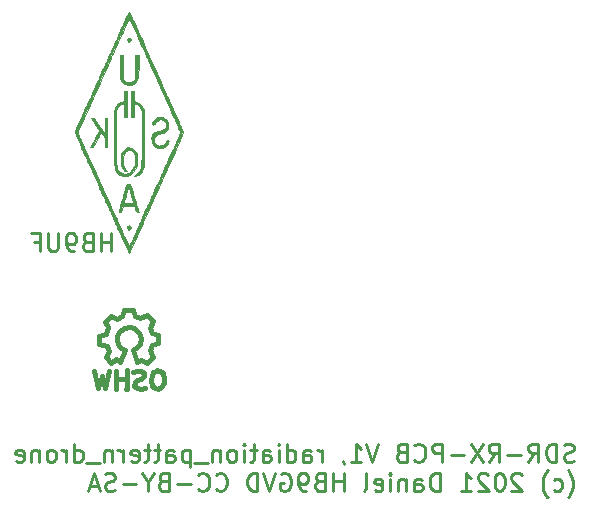
<source format=gbo>
%TF.GenerationSoftware,KiCad,Pcbnew,5.1.9+dfsg1-1*%
%TF.CreationDate,2021-06-01T22:56:34+02:00*%
%TF.ProjectId,SDR-RX,5344522d-5258-42e6-9b69-6361645f7063,rev?*%
%TF.SameCoordinates,Original*%
%TF.FileFunction,Legend,Bot*%
%TF.FilePolarity,Positive*%
%FSLAX46Y46*%
G04 Gerber Fmt 4.6, Leading zero omitted, Abs format (unit mm)*
G04 Created by KiCad (PCBNEW 5.1.9+dfsg1-1) date 2021-06-01 22:56:34*
%MOMM*%
%LPD*%
G01*
G04 APERTURE LIST*
%ADD10C,0.225000*%
%ADD11C,0.381000*%
%ADD12C,0.010000*%
G04 APERTURE END LIST*
D10*
X121470250Y-87188571D02*
X121470250Y-85688571D01*
X121470250Y-86402857D02*
X120613107Y-86402857D01*
X120613107Y-87188571D02*
X120613107Y-85688571D01*
X119398821Y-86402857D02*
X119184535Y-86474285D01*
X119113107Y-86545714D01*
X119041678Y-86688571D01*
X119041678Y-86902857D01*
X119113107Y-87045714D01*
X119184535Y-87117142D01*
X119327392Y-87188571D01*
X119898821Y-87188571D01*
X119898821Y-85688571D01*
X119398821Y-85688571D01*
X119255964Y-85760000D01*
X119184535Y-85831428D01*
X119113107Y-85974285D01*
X119113107Y-86117142D01*
X119184535Y-86260000D01*
X119255964Y-86331428D01*
X119398821Y-86402857D01*
X119898821Y-86402857D01*
X118327392Y-87188571D02*
X118041678Y-87188571D01*
X117898821Y-87117142D01*
X117827392Y-87045714D01*
X117684535Y-86831428D01*
X117613107Y-86545714D01*
X117613107Y-85974285D01*
X117684535Y-85831428D01*
X117755964Y-85760000D01*
X117898821Y-85688571D01*
X118184535Y-85688571D01*
X118327392Y-85760000D01*
X118398821Y-85831428D01*
X118470250Y-85974285D01*
X118470250Y-86331428D01*
X118398821Y-86474285D01*
X118327392Y-86545714D01*
X118184535Y-86617142D01*
X117898821Y-86617142D01*
X117755964Y-86545714D01*
X117684535Y-86474285D01*
X117613107Y-86331428D01*
X116970250Y-85688571D02*
X116970250Y-86902857D01*
X116898821Y-87045714D01*
X116827392Y-87117142D01*
X116684535Y-87188571D01*
X116398821Y-87188571D01*
X116255964Y-87117142D01*
X116184535Y-87045714D01*
X116113107Y-86902857D01*
X116113107Y-85688571D01*
X114898821Y-86402857D02*
X115398821Y-86402857D01*
X115398821Y-87188571D02*
X115398821Y-85688571D01*
X114684535Y-85688571D01*
X160628035Y-104929642D02*
X160413750Y-105001071D01*
X160056607Y-105001071D01*
X159913750Y-104929642D01*
X159842321Y-104858214D01*
X159770892Y-104715357D01*
X159770892Y-104572500D01*
X159842321Y-104429642D01*
X159913750Y-104358214D01*
X160056607Y-104286785D01*
X160342321Y-104215357D01*
X160485178Y-104143928D01*
X160556607Y-104072500D01*
X160628035Y-103929642D01*
X160628035Y-103786785D01*
X160556607Y-103643928D01*
X160485178Y-103572500D01*
X160342321Y-103501071D01*
X159985178Y-103501071D01*
X159770892Y-103572500D01*
X159128035Y-105001071D02*
X159128035Y-103501071D01*
X158770892Y-103501071D01*
X158556607Y-103572500D01*
X158413750Y-103715357D01*
X158342321Y-103858214D01*
X158270892Y-104143928D01*
X158270892Y-104358214D01*
X158342321Y-104643928D01*
X158413750Y-104786785D01*
X158556607Y-104929642D01*
X158770892Y-105001071D01*
X159128035Y-105001071D01*
X156770892Y-105001071D02*
X157270892Y-104286785D01*
X157628035Y-105001071D02*
X157628035Y-103501071D01*
X157056607Y-103501071D01*
X156913750Y-103572500D01*
X156842321Y-103643928D01*
X156770892Y-103786785D01*
X156770892Y-104001071D01*
X156842321Y-104143928D01*
X156913750Y-104215357D01*
X157056607Y-104286785D01*
X157628035Y-104286785D01*
X156128035Y-104429642D02*
X154985178Y-104429642D01*
X153413750Y-105001071D02*
X153913750Y-104286785D01*
X154270892Y-105001071D02*
X154270892Y-103501071D01*
X153699464Y-103501071D01*
X153556607Y-103572500D01*
X153485178Y-103643928D01*
X153413750Y-103786785D01*
X153413750Y-104001071D01*
X153485178Y-104143928D01*
X153556607Y-104215357D01*
X153699464Y-104286785D01*
X154270892Y-104286785D01*
X152913750Y-103501071D02*
X151913750Y-105001071D01*
X151913750Y-103501071D02*
X152913750Y-105001071D01*
X151342321Y-104429642D02*
X150199464Y-104429642D01*
X149485178Y-105001071D02*
X149485178Y-103501071D01*
X148913750Y-103501071D01*
X148770892Y-103572500D01*
X148699464Y-103643928D01*
X148628035Y-103786785D01*
X148628035Y-104001071D01*
X148699464Y-104143928D01*
X148770892Y-104215357D01*
X148913750Y-104286785D01*
X149485178Y-104286785D01*
X147128035Y-104858214D02*
X147199464Y-104929642D01*
X147413750Y-105001071D01*
X147556607Y-105001071D01*
X147770892Y-104929642D01*
X147913750Y-104786785D01*
X147985178Y-104643928D01*
X148056607Y-104358214D01*
X148056607Y-104143928D01*
X147985178Y-103858214D01*
X147913750Y-103715357D01*
X147770892Y-103572500D01*
X147556607Y-103501071D01*
X147413750Y-103501071D01*
X147199464Y-103572500D01*
X147128035Y-103643928D01*
X145985178Y-104215357D02*
X145770892Y-104286785D01*
X145699464Y-104358214D01*
X145628035Y-104501071D01*
X145628035Y-104715357D01*
X145699464Y-104858214D01*
X145770892Y-104929642D01*
X145913750Y-105001071D01*
X146485178Y-105001071D01*
X146485178Y-103501071D01*
X145985178Y-103501071D01*
X145842321Y-103572500D01*
X145770892Y-103643928D01*
X145699464Y-103786785D01*
X145699464Y-103929642D01*
X145770892Y-104072500D01*
X145842321Y-104143928D01*
X145985178Y-104215357D01*
X146485178Y-104215357D01*
X144056607Y-103501071D02*
X143556607Y-105001071D01*
X143056607Y-103501071D01*
X141770892Y-105001071D02*
X142628035Y-105001071D01*
X142199464Y-105001071D02*
X142199464Y-103501071D01*
X142342321Y-103715357D01*
X142485178Y-103858214D01*
X142628035Y-103929642D01*
X141056607Y-104929642D02*
X141056607Y-105001071D01*
X141128035Y-105143928D01*
X141199464Y-105215357D01*
X139270892Y-105001071D02*
X139270892Y-104001071D01*
X139270892Y-104286785D02*
X139199464Y-104143928D01*
X139128035Y-104072500D01*
X138985178Y-104001071D01*
X138842321Y-104001071D01*
X137699464Y-105001071D02*
X137699464Y-104215357D01*
X137770892Y-104072500D01*
X137913750Y-104001071D01*
X138199464Y-104001071D01*
X138342321Y-104072500D01*
X137699464Y-104929642D02*
X137842321Y-105001071D01*
X138199464Y-105001071D01*
X138342321Y-104929642D01*
X138413750Y-104786785D01*
X138413750Y-104643928D01*
X138342321Y-104501071D01*
X138199464Y-104429642D01*
X137842321Y-104429642D01*
X137699464Y-104358214D01*
X136342321Y-105001071D02*
X136342321Y-103501071D01*
X136342321Y-104929642D02*
X136485178Y-105001071D01*
X136770892Y-105001071D01*
X136913750Y-104929642D01*
X136985178Y-104858214D01*
X137056607Y-104715357D01*
X137056607Y-104286785D01*
X136985178Y-104143928D01*
X136913750Y-104072500D01*
X136770892Y-104001071D01*
X136485178Y-104001071D01*
X136342321Y-104072500D01*
X135628035Y-105001071D02*
X135628035Y-104001071D01*
X135628035Y-103501071D02*
X135699464Y-103572500D01*
X135628035Y-103643928D01*
X135556607Y-103572500D01*
X135628035Y-103501071D01*
X135628035Y-103643928D01*
X134270892Y-105001071D02*
X134270892Y-104215357D01*
X134342321Y-104072500D01*
X134485178Y-104001071D01*
X134770892Y-104001071D01*
X134913750Y-104072500D01*
X134270892Y-104929642D02*
X134413750Y-105001071D01*
X134770892Y-105001071D01*
X134913750Y-104929642D01*
X134985178Y-104786785D01*
X134985178Y-104643928D01*
X134913750Y-104501071D01*
X134770892Y-104429642D01*
X134413750Y-104429642D01*
X134270892Y-104358214D01*
X133770892Y-104001071D02*
X133199464Y-104001071D01*
X133556607Y-103501071D02*
X133556607Y-104786785D01*
X133485178Y-104929642D01*
X133342321Y-105001071D01*
X133199464Y-105001071D01*
X132699464Y-105001071D02*
X132699464Y-104001071D01*
X132699464Y-103501071D02*
X132770892Y-103572500D01*
X132699464Y-103643928D01*
X132628035Y-103572500D01*
X132699464Y-103501071D01*
X132699464Y-103643928D01*
X131770892Y-105001071D02*
X131913750Y-104929642D01*
X131985178Y-104858214D01*
X132056607Y-104715357D01*
X132056607Y-104286785D01*
X131985178Y-104143928D01*
X131913750Y-104072500D01*
X131770892Y-104001071D01*
X131556607Y-104001071D01*
X131413750Y-104072500D01*
X131342321Y-104143928D01*
X131270892Y-104286785D01*
X131270892Y-104715357D01*
X131342321Y-104858214D01*
X131413750Y-104929642D01*
X131556607Y-105001071D01*
X131770892Y-105001071D01*
X130628035Y-104001071D02*
X130628035Y-105001071D01*
X130628035Y-104143928D02*
X130556607Y-104072500D01*
X130413750Y-104001071D01*
X130199464Y-104001071D01*
X130056607Y-104072500D01*
X129985178Y-104215357D01*
X129985178Y-105001071D01*
X129628035Y-105143928D02*
X128485178Y-105143928D01*
X128128035Y-104001071D02*
X128128035Y-105501071D01*
X128128035Y-104072500D02*
X127985178Y-104001071D01*
X127699464Y-104001071D01*
X127556607Y-104072500D01*
X127485178Y-104143928D01*
X127413750Y-104286785D01*
X127413750Y-104715357D01*
X127485178Y-104858214D01*
X127556607Y-104929642D01*
X127699464Y-105001071D01*
X127985178Y-105001071D01*
X128128035Y-104929642D01*
X126128035Y-105001071D02*
X126128035Y-104215357D01*
X126199464Y-104072500D01*
X126342321Y-104001071D01*
X126628035Y-104001071D01*
X126770892Y-104072500D01*
X126128035Y-104929642D02*
X126270892Y-105001071D01*
X126628035Y-105001071D01*
X126770892Y-104929642D01*
X126842321Y-104786785D01*
X126842321Y-104643928D01*
X126770892Y-104501071D01*
X126628035Y-104429642D01*
X126270892Y-104429642D01*
X126128035Y-104358214D01*
X125628035Y-104001071D02*
X125056607Y-104001071D01*
X125413750Y-103501071D02*
X125413750Y-104786785D01*
X125342321Y-104929642D01*
X125199464Y-105001071D01*
X125056607Y-105001071D01*
X124770892Y-104001071D02*
X124199464Y-104001071D01*
X124556607Y-103501071D02*
X124556607Y-104786785D01*
X124485178Y-104929642D01*
X124342321Y-105001071D01*
X124199464Y-105001071D01*
X123128035Y-104929642D02*
X123270892Y-105001071D01*
X123556607Y-105001071D01*
X123699464Y-104929642D01*
X123770892Y-104786785D01*
X123770892Y-104215357D01*
X123699464Y-104072500D01*
X123556607Y-104001071D01*
X123270892Y-104001071D01*
X123128035Y-104072500D01*
X123056607Y-104215357D01*
X123056607Y-104358214D01*
X123770892Y-104501071D01*
X122413750Y-105001071D02*
X122413750Y-104001071D01*
X122413750Y-104286785D02*
X122342321Y-104143928D01*
X122270892Y-104072500D01*
X122128035Y-104001071D01*
X121985178Y-104001071D01*
X121485178Y-104001071D02*
X121485178Y-105001071D01*
X121485178Y-104143928D02*
X121413750Y-104072500D01*
X121270892Y-104001071D01*
X121056607Y-104001071D01*
X120913750Y-104072500D01*
X120842321Y-104215357D01*
X120842321Y-105001071D01*
X120485178Y-105143928D02*
X119342321Y-105143928D01*
X118342321Y-105001071D02*
X118342321Y-103501071D01*
X118342321Y-104929642D02*
X118485178Y-105001071D01*
X118770892Y-105001071D01*
X118913750Y-104929642D01*
X118985178Y-104858214D01*
X119056607Y-104715357D01*
X119056607Y-104286785D01*
X118985178Y-104143928D01*
X118913750Y-104072500D01*
X118770892Y-104001071D01*
X118485178Y-104001071D01*
X118342321Y-104072500D01*
X117628035Y-105001071D02*
X117628035Y-104001071D01*
X117628035Y-104286785D02*
X117556607Y-104143928D01*
X117485178Y-104072500D01*
X117342321Y-104001071D01*
X117199464Y-104001071D01*
X116485178Y-105001071D02*
X116628035Y-104929642D01*
X116699464Y-104858214D01*
X116770892Y-104715357D01*
X116770892Y-104286785D01*
X116699464Y-104143928D01*
X116628035Y-104072500D01*
X116485178Y-104001071D01*
X116270892Y-104001071D01*
X116128035Y-104072500D01*
X116056607Y-104143928D01*
X115985178Y-104286785D01*
X115985178Y-104715357D01*
X116056607Y-104858214D01*
X116128035Y-104929642D01*
X116270892Y-105001071D01*
X116485178Y-105001071D01*
X115342321Y-104001071D02*
X115342321Y-105001071D01*
X115342321Y-104143928D02*
X115270892Y-104072500D01*
X115128035Y-104001071D01*
X114913750Y-104001071D01*
X114770892Y-104072500D01*
X114699464Y-104215357D01*
X114699464Y-105001071D01*
X113413750Y-104929642D02*
X113556607Y-105001071D01*
X113842321Y-105001071D01*
X113985178Y-104929642D01*
X114056607Y-104786785D01*
X114056607Y-104215357D01*
X113985178Y-104072500D01*
X113842321Y-104001071D01*
X113556607Y-104001071D01*
X113413750Y-104072500D01*
X113342321Y-104215357D01*
X113342321Y-104358214D01*
X114056607Y-104501071D01*
X160128035Y-108047500D02*
X160199464Y-107976071D01*
X160342321Y-107761785D01*
X160413750Y-107618928D01*
X160485178Y-107404642D01*
X160556607Y-107047500D01*
X160556607Y-106761785D01*
X160485178Y-106404642D01*
X160413750Y-106190357D01*
X160342321Y-106047500D01*
X160199464Y-105833214D01*
X160128035Y-105761785D01*
X158913750Y-107404642D02*
X159056607Y-107476071D01*
X159342321Y-107476071D01*
X159485178Y-107404642D01*
X159556607Y-107333214D01*
X159628035Y-107190357D01*
X159628035Y-106761785D01*
X159556607Y-106618928D01*
X159485178Y-106547500D01*
X159342321Y-106476071D01*
X159056607Y-106476071D01*
X158913750Y-106547500D01*
X158413750Y-108047500D02*
X158342321Y-107976071D01*
X158199464Y-107761785D01*
X158128035Y-107618928D01*
X158056607Y-107404642D01*
X157985178Y-107047500D01*
X157985178Y-106761785D01*
X158056607Y-106404642D01*
X158128035Y-106190357D01*
X158199464Y-106047500D01*
X158342321Y-105833214D01*
X158413750Y-105761785D01*
X156199464Y-106118928D02*
X156128035Y-106047500D01*
X155985178Y-105976071D01*
X155628035Y-105976071D01*
X155485178Y-106047500D01*
X155413750Y-106118928D01*
X155342321Y-106261785D01*
X155342321Y-106404642D01*
X155413750Y-106618928D01*
X156270892Y-107476071D01*
X155342321Y-107476071D01*
X154413750Y-105976071D02*
X154270892Y-105976071D01*
X154128035Y-106047500D01*
X154056607Y-106118928D01*
X153985178Y-106261785D01*
X153913750Y-106547500D01*
X153913750Y-106904642D01*
X153985178Y-107190357D01*
X154056607Y-107333214D01*
X154128035Y-107404642D01*
X154270892Y-107476071D01*
X154413750Y-107476071D01*
X154556607Y-107404642D01*
X154628035Y-107333214D01*
X154699464Y-107190357D01*
X154770892Y-106904642D01*
X154770892Y-106547500D01*
X154699464Y-106261785D01*
X154628035Y-106118928D01*
X154556607Y-106047500D01*
X154413750Y-105976071D01*
X153342321Y-106118928D02*
X153270892Y-106047500D01*
X153128035Y-105976071D01*
X152770892Y-105976071D01*
X152628035Y-106047500D01*
X152556607Y-106118928D01*
X152485178Y-106261785D01*
X152485178Y-106404642D01*
X152556607Y-106618928D01*
X153413750Y-107476071D01*
X152485178Y-107476071D01*
X151056607Y-107476071D02*
X151913750Y-107476071D01*
X151485178Y-107476071D02*
X151485178Y-105976071D01*
X151628035Y-106190357D01*
X151770892Y-106333214D01*
X151913750Y-106404642D01*
X149270892Y-107476071D02*
X149270892Y-105976071D01*
X148913750Y-105976071D01*
X148699464Y-106047500D01*
X148556607Y-106190357D01*
X148485178Y-106333214D01*
X148413750Y-106618928D01*
X148413750Y-106833214D01*
X148485178Y-107118928D01*
X148556607Y-107261785D01*
X148699464Y-107404642D01*
X148913750Y-107476071D01*
X149270892Y-107476071D01*
X147128035Y-107476071D02*
X147128035Y-106690357D01*
X147199464Y-106547500D01*
X147342321Y-106476071D01*
X147628035Y-106476071D01*
X147770892Y-106547500D01*
X147128035Y-107404642D02*
X147270892Y-107476071D01*
X147628035Y-107476071D01*
X147770892Y-107404642D01*
X147842321Y-107261785D01*
X147842321Y-107118928D01*
X147770892Y-106976071D01*
X147628035Y-106904642D01*
X147270892Y-106904642D01*
X147128035Y-106833214D01*
X146413750Y-106476071D02*
X146413750Y-107476071D01*
X146413750Y-106618928D02*
X146342321Y-106547500D01*
X146199464Y-106476071D01*
X145985178Y-106476071D01*
X145842321Y-106547500D01*
X145770892Y-106690357D01*
X145770892Y-107476071D01*
X145056607Y-107476071D02*
X145056607Y-106476071D01*
X145056607Y-105976071D02*
X145128035Y-106047500D01*
X145056607Y-106118928D01*
X144985178Y-106047500D01*
X145056607Y-105976071D01*
X145056607Y-106118928D01*
X143770892Y-107404642D02*
X143913750Y-107476071D01*
X144199464Y-107476071D01*
X144342321Y-107404642D01*
X144413750Y-107261785D01*
X144413750Y-106690357D01*
X144342321Y-106547500D01*
X144199464Y-106476071D01*
X143913750Y-106476071D01*
X143770892Y-106547500D01*
X143699464Y-106690357D01*
X143699464Y-106833214D01*
X144413750Y-106976071D01*
X142842321Y-107476071D02*
X142985178Y-107404642D01*
X143056607Y-107261785D01*
X143056607Y-105976071D01*
X141128035Y-107476071D02*
X141128035Y-105976071D01*
X141128035Y-106690357D02*
X140270892Y-106690357D01*
X140270892Y-107476071D02*
X140270892Y-105976071D01*
X139056607Y-106690357D02*
X138842321Y-106761785D01*
X138770892Y-106833214D01*
X138699464Y-106976071D01*
X138699464Y-107190357D01*
X138770892Y-107333214D01*
X138842321Y-107404642D01*
X138985178Y-107476071D01*
X139556607Y-107476071D01*
X139556607Y-105976071D01*
X139056607Y-105976071D01*
X138913750Y-106047500D01*
X138842321Y-106118928D01*
X138770892Y-106261785D01*
X138770892Y-106404642D01*
X138842321Y-106547500D01*
X138913750Y-106618928D01*
X139056607Y-106690357D01*
X139556607Y-106690357D01*
X137985178Y-107476071D02*
X137699464Y-107476071D01*
X137556607Y-107404642D01*
X137485178Y-107333214D01*
X137342321Y-107118928D01*
X137270892Y-106833214D01*
X137270892Y-106261785D01*
X137342321Y-106118928D01*
X137413750Y-106047500D01*
X137556607Y-105976071D01*
X137842321Y-105976071D01*
X137985178Y-106047500D01*
X138056607Y-106118928D01*
X138128035Y-106261785D01*
X138128035Y-106618928D01*
X138056607Y-106761785D01*
X137985178Y-106833214D01*
X137842321Y-106904642D01*
X137556607Y-106904642D01*
X137413750Y-106833214D01*
X137342321Y-106761785D01*
X137270892Y-106618928D01*
X135842321Y-106047500D02*
X135985178Y-105976071D01*
X136199464Y-105976071D01*
X136413750Y-106047500D01*
X136556607Y-106190357D01*
X136628035Y-106333214D01*
X136699464Y-106618928D01*
X136699464Y-106833214D01*
X136628035Y-107118928D01*
X136556607Y-107261785D01*
X136413750Y-107404642D01*
X136199464Y-107476071D01*
X136056607Y-107476071D01*
X135842321Y-107404642D01*
X135770892Y-107333214D01*
X135770892Y-106833214D01*
X136056607Y-106833214D01*
X135342321Y-105976071D02*
X134842321Y-107476071D01*
X134342321Y-105976071D01*
X133842321Y-107476071D02*
X133842321Y-105976071D01*
X133485178Y-105976071D01*
X133270892Y-106047500D01*
X133128035Y-106190357D01*
X133056607Y-106333214D01*
X132985178Y-106618928D01*
X132985178Y-106833214D01*
X133056607Y-107118928D01*
X133128035Y-107261785D01*
X133270892Y-107404642D01*
X133485178Y-107476071D01*
X133842321Y-107476071D01*
X130342321Y-107333214D02*
X130413750Y-107404642D01*
X130628035Y-107476071D01*
X130770892Y-107476071D01*
X130985178Y-107404642D01*
X131128035Y-107261785D01*
X131199464Y-107118928D01*
X131270892Y-106833214D01*
X131270892Y-106618928D01*
X131199464Y-106333214D01*
X131128035Y-106190357D01*
X130985178Y-106047500D01*
X130770892Y-105976071D01*
X130628035Y-105976071D01*
X130413750Y-106047500D01*
X130342321Y-106118928D01*
X128842321Y-107333214D02*
X128913750Y-107404642D01*
X129128035Y-107476071D01*
X129270892Y-107476071D01*
X129485178Y-107404642D01*
X129628035Y-107261785D01*
X129699464Y-107118928D01*
X129770892Y-106833214D01*
X129770892Y-106618928D01*
X129699464Y-106333214D01*
X129628035Y-106190357D01*
X129485178Y-106047500D01*
X129270892Y-105976071D01*
X129128035Y-105976071D01*
X128913750Y-106047500D01*
X128842321Y-106118928D01*
X128199464Y-106904642D02*
X127056607Y-106904642D01*
X125842321Y-106690357D02*
X125628035Y-106761785D01*
X125556607Y-106833214D01*
X125485178Y-106976071D01*
X125485178Y-107190357D01*
X125556607Y-107333214D01*
X125628035Y-107404642D01*
X125770892Y-107476071D01*
X126342321Y-107476071D01*
X126342321Y-105976071D01*
X125842321Y-105976071D01*
X125699464Y-106047500D01*
X125628035Y-106118928D01*
X125556607Y-106261785D01*
X125556607Y-106404642D01*
X125628035Y-106547500D01*
X125699464Y-106618928D01*
X125842321Y-106690357D01*
X126342321Y-106690357D01*
X124556607Y-106761785D02*
X124556607Y-107476071D01*
X125056607Y-105976071D02*
X124556607Y-106761785D01*
X124056607Y-105976071D01*
X123556607Y-106904642D02*
X122413750Y-106904642D01*
X121770892Y-107404642D02*
X121556607Y-107476071D01*
X121199464Y-107476071D01*
X121056607Y-107404642D01*
X120985178Y-107333214D01*
X120913750Y-107190357D01*
X120913750Y-107047500D01*
X120985178Y-106904642D01*
X121056607Y-106833214D01*
X121199464Y-106761785D01*
X121485178Y-106690357D01*
X121628035Y-106618928D01*
X121699464Y-106547500D01*
X121770892Y-106404642D01*
X121770892Y-106261785D01*
X121699464Y-106118928D01*
X121628035Y-106047500D01*
X121485178Y-105976071D01*
X121128035Y-105976071D01*
X120913750Y-106047500D01*
X120342321Y-107047500D02*
X119628035Y-107047500D01*
X120485178Y-107476071D02*
X119985178Y-105976071D01*
X119485178Y-107476071D01*
D11*
%TO.C,OSHW*%
X121291220Y-97327860D02*
X120930540Y-98798520D01*
X120930540Y-98798520D02*
X120651140Y-97736800D01*
X120651140Y-97736800D02*
X120341260Y-98808680D01*
X120341260Y-98808680D02*
X120000900Y-97358340D01*
X122711080Y-98018740D02*
X121921140Y-98008580D01*
X121921140Y-98008580D02*
X121910980Y-98018740D01*
X121910980Y-98018740D02*
X121910980Y-98008580D01*
X121870340Y-97297380D02*
X121870340Y-98839160D01*
X122759340Y-97287220D02*
X122759340Y-98856940D01*
X122759340Y-98856940D02*
X122749180Y-98846780D01*
X123310520Y-97388820D02*
X123661040Y-97307540D01*
X123661040Y-97307540D02*
X123981080Y-97297380D01*
X123981080Y-97297380D02*
X124219840Y-97498040D01*
X124219840Y-97498040D02*
X124250320Y-97767280D01*
X124250320Y-97767280D02*
X124009020Y-98008580D01*
X124009020Y-98008580D02*
X123620400Y-98138120D01*
X123620400Y-98138120D02*
X123440060Y-98298140D01*
X123440060Y-98298140D02*
X123399420Y-98597860D01*
X123399420Y-98597860D02*
X123630560Y-98818840D01*
X123630560Y-98818840D02*
X123950600Y-98846780D01*
X123950600Y-98846780D02*
X124301120Y-98737560D01*
X125339980Y-97287220D02*
X125588900Y-97307540D01*
X125588900Y-97307540D02*
X125830200Y-97548840D01*
X125830200Y-97548840D02*
X125919100Y-98039060D01*
X125919100Y-98039060D02*
X125891160Y-98387040D01*
X125891160Y-98387040D02*
X125690500Y-98707080D01*
X125690500Y-98707080D02*
X125439040Y-98829000D01*
X125439040Y-98829000D02*
X125129160Y-98757880D01*
X125129160Y-98757880D02*
X124910720Y-98577540D01*
X124910720Y-98577540D02*
X124839600Y-98117800D01*
X124839600Y-98117800D02*
X124890400Y-97708860D01*
X124890400Y-97708860D02*
X124999620Y-97426920D01*
X124999620Y-97426920D02*
X125360300Y-97297380D01*
X124740540Y-95567640D02*
X124999620Y-96128980D01*
X124999620Y-96128980D02*
X124461140Y-96647140D01*
X124461140Y-96647140D02*
X123940440Y-96377900D01*
X123940440Y-96377900D02*
X123661040Y-96537920D01*
X122220860Y-96517600D02*
X121890660Y-96327100D01*
X121890660Y-96327100D02*
X121451240Y-96657300D01*
X121451240Y-96657300D02*
X120978800Y-96167080D01*
X120978800Y-96167080D02*
X121260740Y-95687020D01*
X121260740Y-95687020D02*
X121070240Y-95217120D01*
X121070240Y-95217120D02*
X120460640Y-95029160D01*
X120460640Y-95029160D02*
X120460640Y-94348440D01*
X120460640Y-94348440D02*
X121019440Y-94208740D01*
X121019440Y-94208740D02*
X121220100Y-93637240D01*
X121220100Y-93637240D02*
X120950860Y-93167340D01*
X120950860Y-93167340D02*
X121420760Y-92656800D01*
X121420760Y-92656800D02*
X121938920Y-92918420D01*
X121938920Y-92918420D02*
X122408820Y-92717760D01*
X122408820Y-92717760D02*
X122579000Y-92176740D01*
X122579000Y-92176740D02*
X123269880Y-92158960D01*
X123269880Y-92158960D02*
X123480700Y-92707600D01*
X123480700Y-92707600D02*
X123899800Y-92877780D01*
X123899800Y-92877780D02*
X124450980Y-92608540D01*
X124450980Y-92608540D02*
X124969140Y-93136860D01*
X124969140Y-93136860D02*
X124720220Y-93677880D01*
X124720220Y-93677880D02*
X124890400Y-94157940D01*
X124890400Y-94157940D02*
X125439040Y-94257000D01*
X125439040Y-94257000D02*
X125449200Y-94958040D01*
X125449200Y-94958040D02*
X124890400Y-95158700D01*
X124890400Y-95158700D02*
X124750700Y-95557480D01*
X122609480Y-95537160D02*
X122309760Y-95387300D01*
X122309760Y-95387300D02*
X122109100Y-95189180D01*
X122109100Y-95189180D02*
X121959240Y-94787860D01*
X121959240Y-94787860D02*
X121959240Y-94389080D01*
X121959240Y-94389080D02*
X122109100Y-94038560D01*
X122109100Y-94038560D02*
X122561220Y-93688040D01*
X122561220Y-93688040D02*
X123010800Y-93637240D01*
X123010800Y-93637240D02*
X123409580Y-93738840D01*
X123409580Y-93738840D02*
X123810900Y-94086820D01*
X123810900Y-94086820D02*
X123960760Y-94538940D01*
X123960760Y-94538940D02*
X123909960Y-95036780D01*
X123909960Y-95036780D02*
X123661040Y-95339040D01*
X123661040Y-95339040D02*
X123310520Y-95537160D01*
X123310520Y-95537160D02*
X123661040Y-96537920D01*
X122609480Y-95537160D02*
X122210700Y-96537920D01*
D12*
%TO.C,G\u002A\u002A\u002A*%
G36*
X122865385Y-69144171D02*
G01*
X122793746Y-69202977D01*
X122757535Y-69272918D01*
X122756800Y-69283000D01*
X122782825Y-69341967D01*
X122843405Y-69406122D01*
X122912299Y-69450793D01*
X122943067Y-69458133D01*
X123003162Y-69435714D01*
X123061600Y-69390400D01*
X123111762Y-69324282D01*
X123129333Y-69274286D01*
X123099833Y-69200099D01*
X123028271Y-69141387D01*
X122945897Y-69119466D01*
X122865385Y-69144171D01*
G37*
X122865385Y-69144171D02*
X122793746Y-69202977D01*
X122757535Y-69272918D01*
X122756800Y-69283000D01*
X122782825Y-69341967D01*
X122843405Y-69406122D01*
X122912299Y-69450793D01*
X122943067Y-69458133D01*
X123003162Y-69435714D01*
X123061600Y-69390400D01*
X123111762Y-69324282D01*
X123129333Y-69274286D01*
X123099833Y-69200099D01*
X123028271Y-69141387D01*
X122945897Y-69119466D01*
X122865385Y-69144171D01*
G36*
X123495694Y-71567908D02*
G01*
X123492133Y-71869409D01*
X123487769Y-72110925D01*
X123481212Y-72300204D01*
X123471073Y-72444991D01*
X123455961Y-72553033D01*
X123434487Y-72632077D01*
X123405262Y-72689869D01*
X123366895Y-72734156D01*
X123317996Y-72772683D01*
X123274285Y-72801995D01*
X123168530Y-72842562D01*
X123025046Y-72862013D01*
X122870430Y-72860340D01*
X122731277Y-72837536D01*
X122645949Y-72802148D01*
X122593796Y-72765377D01*
X122552074Y-72725691D01*
X122519582Y-72675476D01*
X122495121Y-72607120D01*
X122477491Y-72513007D01*
X122465490Y-72385524D01*
X122457920Y-72217059D01*
X122453579Y-71999996D01*
X122451268Y-71726723D01*
X122450479Y-71562112D01*
X122446307Y-70575733D01*
X122181067Y-70575733D01*
X122181067Y-71500920D01*
X122182119Y-71817739D01*
X122186050Y-72074902D01*
X122194023Y-72280467D01*
X122207199Y-72442489D01*
X122226740Y-72569026D01*
X122253810Y-72668132D01*
X122289568Y-72747865D01*
X122335179Y-72816281D01*
X122378076Y-72866681D01*
X122467937Y-72950030D01*
X122563788Y-73018260D01*
X122579427Y-73026909D01*
X122702638Y-73069031D01*
X122860749Y-73094748D01*
X123022221Y-73100851D01*
X123151677Y-73085137D01*
X123353502Y-73000437D01*
X123528320Y-72861810D01*
X123573033Y-72810933D01*
X123629457Y-72731470D01*
X123674489Y-72643106D01*
X123709333Y-72537543D01*
X123735189Y-72406485D01*
X123753261Y-72241634D01*
X123764750Y-72034691D01*
X123770859Y-71777360D01*
X123772790Y-71461343D01*
X123772800Y-71432218D01*
X123772800Y-70575733D01*
X123506455Y-70575733D01*
X123495694Y-71567908D01*
G37*
X123495694Y-71567908D02*
X123492133Y-71869409D01*
X123487769Y-72110925D01*
X123481212Y-72300204D01*
X123471073Y-72444991D01*
X123455961Y-72553033D01*
X123434487Y-72632077D01*
X123405262Y-72689869D01*
X123366895Y-72734156D01*
X123317996Y-72772683D01*
X123274285Y-72801995D01*
X123168530Y-72842562D01*
X123025046Y-72862013D01*
X122870430Y-72860340D01*
X122731277Y-72837536D01*
X122645949Y-72802148D01*
X122593796Y-72765377D01*
X122552074Y-72725691D01*
X122519582Y-72675476D01*
X122495121Y-72607120D01*
X122477491Y-72513007D01*
X122465490Y-72385524D01*
X122457920Y-72217059D01*
X122453579Y-71999996D01*
X122451268Y-71726723D01*
X122450479Y-71562112D01*
X122446307Y-70575733D01*
X122181067Y-70575733D01*
X122181067Y-71500920D01*
X122182119Y-71817739D01*
X122186050Y-72074902D01*
X122194023Y-72280467D01*
X122207199Y-72442489D01*
X122226740Y-72569026D01*
X122253810Y-72668132D01*
X122289568Y-72747865D01*
X122335179Y-72816281D01*
X122378076Y-72866681D01*
X122467937Y-72950030D01*
X122563788Y-73018260D01*
X122579427Y-73026909D01*
X122702638Y-73069031D01*
X122860749Y-73094748D01*
X123022221Y-73100851D01*
X123151677Y-73085137D01*
X123353502Y-73000437D01*
X123528320Y-72861810D01*
X123573033Y-72810933D01*
X123629457Y-72731470D01*
X123674489Y-72643106D01*
X123709333Y-72537543D01*
X123735189Y-72406485D01*
X123753261Y-72241634D01*
X123764750Y-72034691D01*
X123770859Y-71777360D01*
X123772790Y-71461343D01*
X123772800Y-71432218D01*
X123772800Y-70575733D01*
X123506455Y-70575733D01*
X123495694Y-71567908D01*
G36*
X120920297Y-76510867D02*
G01*
X120916178Y-76747325D01*
X120909019Y-76926213D01*
X120894734Y-77047597D01*
X120869240Y-77111545D01*
X120828449Y-77118123D01*
X120768277Y-77067400D01*
X120684637Y-76959443D01*
X120573445Y-76794318D01*
X120430616Y-76572094D01*
X120397058Y-76519494D01*
X120281736Y-76338999D01*
X120178975Y-76178698D01*
X120094243Y-76047075D01*
X120033004Y-75952612D01*
X120000725Y-75903792D01*
X119997262Y-75899039D01*
X119959578Y-75894450D01*
X119883781Y-75898590D01*
X119880946Y-75898878D01*
X119775648Y-75909733D01*
X120097824Y-76391807D01*
X120204271Y-76554868D01*
X120295885Y-76702429D01*
X120366377Y-76823771D01*
X120409459Y-76908176D01*
X120420000Y-76940939D01*
X120416993Y-76972075D01*
X120405022Y-77012257D01*
X120379667Y-77070374D01*
X120336504Y-77155315D01*
X120271112Y-77275971D01*
X120179069Y-77441231D01*
X120110185Y-77563765D01*
X120048880Y-77673801D01*
X120003044Y-77758321D01*
X119980706Y-77802454D01*
X119979734Y-77805402D01*
X119964087Y-77837200D01*
X119922176Y-77913989D01*
X119861544Y-78022067D01*
X119827585Y-78081770D01*
X119760255Y-78202236D01*
X119708123Y-78300438D01*
X119678859Y-78361695D01*
X119675185Y-78373533D01*
X119704643Y-78390811D01*
X119776746Y-78398858D01*
X119785221Y-78398933D01*
X119825695Y-78396850D01*
X119860611Y-78385145D01*
X119896027Y-78355632D01*
X119938002Y-78300126D01*
X119992593Y-78210443D01*
X120065858Y-78078396D01*
X120163856Y-77895801D01*
X120180003Y-77865533D01*
X120296862Y-77648094D01*
X120387659Y-77483928D01*
X120457044Y-77365939D01*
X120509671Y-77287030D01*
X120550192Y-77240108D01*
X120583260Y-77218074D01*
X120607447Y-77213600D01*
X120647419Y-77238888D01*
X120712379Y-77305191D01*
X120788281Y-77398170D01*
X120788465Y-77398413D01*
X120928000Y-77583227D01*
X120928000Y-78398933D01*
X121131200Y-78398933D01*
X121131200Y-75892800D01*
X120929528Y-75892800D01*
X120920297Y-76510867D01*
G37*
X120920297Y-76510867D02*
X120916178Y-76747325D01*
X120909019Y-76926213D01*
X120894734Y-77047597D01*
X120869240Y-77111545D01*
X120828449Y-77118123D01*
X120768277Y-77067400D01*
X120684637Y-76959443D01*
X120573445Y-76794318D01*
X120430616Y-76572094D01*
X120397058Y-76519494D01*
X120281736Y-76338999D01*
X120178975Y-76178698D01*
X120094243Y-76047075D01*
X120033004Y-75952612D01*
X120000725Y-75903792D01*
X119997262Y-75899039D01*
X119959578Y-75894450D01*
X119883781Y-75898590D01*
X119880946Y-75898878D01*
X119775648Y-75909733D01*
X120097824Y-76391807D01*
X120204271Y-76554868D01*
X120295885Y-76702429D01*
X120366377Y-76823771D01*
X120409459Y-76908176D01*
X120420000Y-76940939D01*
X120416993Y-76972075D01*
X120405022Y-77012257D01*
X120379667Y-77070374D01*
X120336504Y-77155315D01*
X120271112Y-77275971D01*
X120179069Y-77441231D01*
X120110185Y-77563765D01*
X120048880Y-77673801D01*
X120003044Y-77758321D01*
X119980706Y-77802454D01*
X119979734Y-77805402D01*
X119964087Y-77837200D01*
X119922176Y-77913989D01*
X119861544Y-78022067D01*
X119827585Y-78081770D01*
X119760255Y-78202236D01*
X119708123Y-78300438D01*
X119678859Y-78361695D01*
X119675185Y-78373533D01*
X119704643Y-78390811D01*
X119776746Y-78398858D01*
X119785221Y-78398933D01*
X119825695Y-78396850D01*
X119860611Y-78385145D01*
X119896027Y-78355632D01*
X119938002Y-78300126D01*
X119992593Y-78210443D01*
X120065858Y-78078396D01*
X120163856Y-77895801D01*
X120180003Y-77865533D01*
X120296862Y-77648094D01*
X120387659Y-77483928D01*
X120457044Y-77365939D01*
X120509671Y-77287030D01*
X120550192Y-77240108D01*
X120583260Y-77218074D01*
X120607447Y-77213600D01*
X120647419Y-77238888D01*
X120712379Y-77305191D01*
X120788281Y-77398170D01*
X120788465Y-77398413D01*
X120928000Y-77583227D01*
X120928000Y-78398933D01*
X121131200Y-78398933D01*
X121131200Y-75892800D01*
X120929528Y-75892800D01*
X120920297Y-76510867D01*
G36*
X125456866Y-75842714D02*
G01*
X125276542Y-75913183D01*
X125123170Y-76035027D01*
X125007960Y-76205610D01*
X125005345Y-76211164D01*
X124950827Y-76336157D01*
X124930091Y-76413108D01*
X124944007Y-76453171D01*
X124993444Y-76467503D01*
X125025412Y-76468533D01*
X125101882Y-76455529D01*
X125150850Y-76403962D01*
X125173207Y-76356885D01*
X125245460Y-76242039D01*
X125352632Y-76135592D01*
X125470326Y-76059668D01*
X125521589Y-76041005D01*
X125686581Y-76029705D01*
X125848896Y-76070467D01*
X125982516Y-76156573D01*
X125987254Y-76161223D01*
X126045007Y-76225800D01*
X126076436Y-76288635D01*
X126089471Y-76374071D01*
X126092016Y-76482651D01*
X126078717Y-76645331D01*
X126030918Y-76762540D01*
X125938474Y-76847156D01*
X125791237Y-76912056D01*
X125741357Y-76927696D01*
X125520084Y-76993489D01*
X125354357Y-77044060D01*
X125234736Y-77083283D01*
X125151782Y-77115031D01*
X125096054Y-77143179D01*
X125058113Y-77171601D01*
X125028519Y-77204170D01*
X125010658Y-77227561D01*
X124912891Y-77412054D01*
X124865649Y-77624199D01*
X124869902Y-77845476D01*
X124926619Y-78057365D01*
X124963256Y-78133617D01*
X125081502Y-78281919D01*
X125244030Y-78395033D01*
X125433396Y-78465650D01*
X125632151Y-78486462D01*
X125762955Y-78468638D01*
X125954271Y-78387392D01*
X126115276Y-78251125D01*
X126223971Y-78089758D01*
X126286650Y-77951441D01*
X126310394Y-77860702D01*
X126295060Y-77809595D01*
X126240508Y-77790175D01*
X126218623Y-77789333D01*
X126155343Y-77799193D01*
X126113430Y-77840343D01*
X126075396Y-77930137D01*
X126074689Y-77932162D01*
X125991182Y-78076911D01*
X125863536Y-78181461D01*
X125705589Y-78240633D01*
X125531183Y-78249246D01*
X125354155Y-78202122D01*
X125353821Y-78201974D01*
X125208365Y-78105451D01*
X125117346Y-77968634D01*
X125080747Y-77791493D01*
X125080096Y-77772400D01*
X125092521Y-77616035D01*
X125141831Y-77491986D01*
X125235175Y-77393488D01*
X125379706Y-77313776D01*
X125582573Y-77246086D01*
X125656748Y-77226898D01*
X125861981Y-77168757D01*
X126011739Y-77106237D01*
X126118223Y-77032221D01*
X126193635Y-76939591D01*
X126215057Y-76901239D01*
X126273241Y-76728524D01*
X126289174Y-76537109D01*
X126266002Y-76344548D01*
X126206871Y-76168396D01*
X126114929Y-76026206D01*
X126047427Y-75965950D01*
X125853520Y-75866460D01*
X125652930Y-75826261D01*
X125456866Y-75842714D01*
G37*
X125456866Y-75842714D02*
X125276542Y-75913183D01*
X125123170Y-76035027D01*
X125007960Y-76205610D01*
X125005345Y-76211164D01*
X124950827Y-76336157D01*
X124930091Y-76413108D01*
X124944007Y-76453171D01*
X124993444Y-76467503D01*
X125025412Y-76468533D01*
X125101882Y-76455529D01*
X125150850Y-76403962D01*
X125173207Y-76356885D01*
X125245460Y-76242039D01*
X125352632Y-76135592D01*
X125470326Y-76059668D01*
X125521589Y-76041005D01*
X125686581Y-76029705D01*
X125848896Y-76070467D01*
X125982516Y-76156573D01*
X125987254Y-76161223D01*
X126045007Y-76225800D01*
X126076436Y-76288635D01*
X126089471Y-76374071D01*
X126092016Y-76482651D01*
X126078717Y-76645331D01*
X126030918Y-76762540D01*
X125938474Y-76847156D01*
X125791237Y-76912056D01*
X125741357Y-76927696D01*
X125520084Y-76993489D01*
X125354357Y-77044060D01*
X125234736Y-77083283D01*
X125151782Y-77115031D01*
X125096054Y-77143179D01*
X125058113Y-77171601D01*
X125028519Y-77204170D01*
X125010658Y-77227561D01*
X124912891Y-77412054D01*
X124865649Y-77624199D01*
X124869902Y-77845476D01*
X124926619Y-78057365D01*
X124963256Y-78133617D01*
X125081502Y-78281919D01*
X125244030Y-78395033D01*
X125433396Y-78465650D01*
X125632151Y-78486462D01*
X125762955Y-78468638D01*
X125954271Y-78387392D01*
X126115276Y-78251125D01*
X126223971Y-78089758D01*
X126286650Y-77951441D01*
X126310394Y-77860702D01*
X126295060Y-77809595D01*
X126240508Y-77790175D01*
X126218623Y-77789333D01*
X126155343Y-77799193D01*
X126113430Y-77840343D01*
X126075396Y-77930137D01*
X126074689Y-77932162D01*
X125991182Y-78076911D01*
X125863536Y-78181461D01*
X125705589Y-78240633D01*
X125531183Y-78249246D01*
X125354155Y-78202122D01*
X125353821Y-78201974D01*
X125208365Y-78105451D01*
X125117346Y-77968634D01*
X125080747Y-77791493D01*
X125080096Y-77772400D01*
X125092521Y-77616035D01*
X125141831Y-77491986D01*
X125235175Y-77393488D01*
X125379706Y-77313776D01*
X125582573Y-77246086D01*
X125656748Y-77226898D01*
X125861981Y-77168757D01*
X126011739Y-77106237D01*
X126118223Y-77032221D01*
X126193635Y-76939591D01*
X126215057Y-76901239D01*
X126273241Y-76728524D01*
X126289174Y-76537109D01*
X126266002Y-76344548D01*
X126206871Y-76168396D01*
X126114929Y-76026206D01*
X126047427Y-75965950D01*
X125853520Y-75866460D01*
X125652930Y-75826261D01*
X125456866Y-75842714D01*
G36*
X122553600Y-74031196D02*
G01*
X122551618Y-74227364D01*
X122545225Y-74363086D01*
X122533750Y-74445548D01*
X122516522Y-74481933D01*
X122511267Y-74484663D01*
X122286026Y-74563925D01*
X122109006Y-74661924D01*
X121976388Y-74773453D01*
X121926237Y-74823108D01*
X121882720Y-74868111D01*
X121845368Y-74913395D01*
X121813710Y-74963895D01*
X121787277Y-75024543D01*
X121765598Y-75100272D01*
X121748204Y-75196017D01*
X121734624Y-75316709D01*
X121724389Y-75467283D01*
X121717029Y-75652672D01*
X121712073Y-75877809D01*
X121709052Y-76147627D01*
X121707496Y-76467060D01*
X121706935Y-76841041D01*
X121706898Y-77274504D01*
X121706934Y-77601984D01*
X121707022Y-78080182D01*
X121707501Y-78495657D01*
X121708692Y-78853419D01*
X121710918Y-79158480D01*
X121714500Y-79415848D01*
X121719760Y-79630535D01*
X121727020Y-79807550D01*
X121736601Y-79951905D01*
X121748825Y-80068610D01*
X121764015Y-80162674D01*
X121782492Y-80239109D01*
X121804577Y-80302924D01*
X121830593Y-80359131D01*
X121860861Y-80412738D01*
X121890528Y-80460566D01*
X122034412Y-80637346D01*
X122209116Y-80756698D01*
X122420189Y-80821491D01*
X122617003Y-80835984D01*
X122818121Y-80818924D01*
X122973924Y-80768560D01*
X122976490Y-80767289D01*
X123166305Y-80640387D01*
X123343141Y-80462019D01*
X123493991Y-80248456D01*
X123605850Y-80015965D01*
X123627299Y-79953279D01*
X123664088Y-79773492D01*
X123679724Y-79555853D01*
X123674340Y-79326810D01*
X123648072Y-79112811D01*
X123622452Y-79003013D01*
X123532062Y-78782238D01*
X123407734Y-78608685D01*
X123256926Y-78485968D01*
X123087093Y-78417704D01*
X122905694Y-78407509D01*
X122720184Y-78459000D01*
X122617810Y-78515778D01*
X122519628Y-78598239D01*
X122436171Y-78712389D01*
X122372897Y-78833135D01*
X122327088Y-78933739D01*
X122296604Y-79017676D01*
X122278338Y-79103281D01*
X122269183Y-79208894D01*
X122266033Y-79352850D01*
X122265733Y-79465733D01*
X122266752Y-79641488D01*
X122271856Y-79767651D01*
X122284122Y-79862357D01*
X122306622Y-79943739D01*
X122342432Y-80029932D01*
X122371955Y-80092266D01*
X122447439Y-80244238D01*
X122504910Y-80343564D01*
X122553529Y-80399643D01*
X122602457Y-80421875D01*
X122660856Y-80419656D01*
X122686180Y-80414634D01*
X122796876Y-80390321D01*
X122711533Y-80300560D01*
X122648619Y-80219664D01*
X122577132Y-80106566D01*
X122532493Y-80024533D01*
X122488299Y-79929503D01*
X122460604Y-79843897D01*
X122445680Y-79746772D01*
X122439799Y-79617181D01*
X122439063Y-79499600D01*
X122456035Y-79204798D01*
X122506513Y-78968731D01*
X122590610Y-78791203D01*
X122708440Y-78672020D01*
X122860114Y-78610986D01*
X122958580Y-78602133D01*
X123129985Y-78631795D01*
X123268689Y-78720714D01*
X123374626Y-78868793D01*
X123447724Y-79075934D01*
X123487915Y-79342039D01*
X123488601Y-79350790D01*
X123488137Y-79659454D01*
X123434589Y-79930213D01*
X123325451Y-80170213D01*
X123158216Y-80386601D01*
X123107520Y-80437383D01*
X122988308Y-80537209D01*
X122870842Y-80597591D01*
X122731768Y-80627042D01*
X122567603Y-80634133D01*
X122357863Y-80608728D01*
X122189939Y-80531162D01*
X122060101Y-80399407D01*
X122021346Y-80337205D01*
X121993051Y-80282030D01*
X121968555Y-80222657D01*
X121947618Y-80154119D01*
X121929997Y-80071448D01*
X121915451Y-79969678D01*
X121903737Y-79843840D01*
X121894614Y-79688969D01*
X121887840Y-79500096D01*
X121883173Y-79272254D01*
X121880371Y-79000476D01*
X121879193Y-78679796D01*
X121879396Y-78305245D01*
X121880739Y-77871856D01*
X121882447Y-77484533D01*
X121893200Y-75232400D01*
X121974281Y-75067692D01*
X122057092Y-74943727D01*
X122168516Y-74835070D01*
X122291041Y-74754663D01*
X122407157Y-74715449D01*
X122452000Y-74714613D01*
X122536667Y-74724400D01*
X122545993Y-75257800D01*
X122555320Y-75791200D01*
X122756800Y-75791200D01*
X122756800Y-73589866D01*
X122553600Y-73589866D01*
X122553600Y-74031196D01*
G37*
X122553600Y-74031196D02*
X122551618Y-74227364D01*
X122545225Y-74363086D01*
X122533750Y-74445548D01*
X122516522Y-74481933D01*
X122511267Y-74484663D01*
X122286026Y-74563925D01*
X122109006Y-74661924D01*
X121976388Y-74773453D01*
X121926237Y-74823108D01*
X121882720Y-74868111D01*
X121845368Y-74913395D01*
X121813710Y-74963895D01*
X121787277Y-75024543D01*
X121765598Y-75100272D01*
X121748204Y-75196017D01*
X121734624Y-75316709D01*
X121724389Y-75467283D01*
X121717029Y-75652672D01*
X121712073Y-75877809D01*
X121709052Y-76147627D01*
X121707496Y-76467060D01*
X121706935Y-76841041D01*
X121706898Y-77274504D01*
X121706934Y-77601984D01*
X121707022Y-78080182D01*
X121707501Y-78495657D01*
X121708692Y-78853419D01*
X121710918Y-79158480D01*
X121714500Y-79415848D01*
X121719760Y-79630535D01*
X121727020Y-79807550D01*
X121736601Y-79951905D01*
X121748825Y-80068610D01*
X121764015Y-80162674D01*
X121782492Y-80239109D01*
X121804577Y-80302924D01*
X121830593Y-80359131D01*
X121860861Y-80412738D01*
X121890528Y-80460566D01*
X122034412Y-80637346D01*
X122209116Y-80756698D01*
X122420189Y-80821491D01*
X122617003Y-80835984D01*
X122818121Y-80818924D01*
X122973924Y-80768560D01*
X122976490Y-80767289D01*
X123166305Y-80640387D01*
X123343141Y-80462019D01*
X123493991Y-80248456D01*
X123605850Y-80015965D01*
X123627299Y-79953279D01*
X123664088Y-79773492D01*
X123679724Y-79555853D01*
X123674340Y-79326810D01*
X123648072Y-79112811D01*
X123622452Y-79003013D01*
X123532062Y-78782238D01*
X123407734Y-78608685D01*
X123256926Y-78485968D01*
X123087093Y-78417704D01*
X122905694Y-78407509D01*
X122720184Y-78459000D01*
X122617810Y-78515778D01*
X122519628Y-78598239D01*
X122436171Y-78712389D01*
X122372897Y-78833135D01*
X122327088Y-78933739D01*
X122296604Y-79017676D01*
X122278338Y-79103281D01*
X122269183Y-79208894D01*
X122266033Y-79352850D01*
X122265733Y-79465733D01*
X122266752Y-79641488D01*
X122271856Y-79767651D01*
X122284122Y-79862357D01*
X122306622Y-79943739D01*
X122342432Y-80029932D01*
X122371955Y-80092266D01*
X122447439Y-80244238D01*
X122504910Y-80343564D01*
X122553529Y-80399643D01*
X122602457Y-80421875D01*
X122660856Y-80419656D01*
X122686180Y-80414634D01*
X122796876Y-80390321D01*
X122711533Y-80300560D01*
X122648619Y-80219664D01*
X122577132Y-80106566D01*
X122532493Y-80024533D01*
X122488299Y-79929503D01*
X122460604Y-79843897D01*
X122445680Y-79746772D01*
X122439799Y-79617181D01*
X122439063Y-79499600D01*
X122456035Y-79204798D01*
X122506513Y-78968731D01*
X122590610Y-78791203D01*
X122708440Y-78672020D01*
X122860114Y-78610986D01*
X122958580Y-78602133D01*
X123129985Y-78631795D01*
X123268689Y-78720714D01*
X123374626Y-78868793D01*
X123447724Y-79075934D01*
X123487915Y-79342039D01*
X123488601Y-79350790D01*
X123488137Y-79659454D01*
X123434589Y-79930213D01*
X123325451Y-80170213D01*
X123158216Y-80386601D01*
X123107520Y-80437383D01*
X122988308Y-80537209D01*
X122870842Y-80597591D01*
X122731768Y-80627042D01*
X122567603Y-80634133D01*
X122357863Y-80608728D01*
X122189939Y-80531162D01*
X122060101Y-80399407D01*
X122021346Y-80337205D01*
X121993051Y-80282030D01*
X121968555Y-80222657D01*
X121947618Y-80154119D01*
X121929997Y-80071448D01*
X121915451Y-79969678D01*
X121903737Y-79843840D01*
X121894614Y-79688969D01*
X121887840Y-79500096D01*
X121883173Y-79272254D01*
X121880371Y-79000476D01*
X121879193Y-78679796D01*
X121879396Y-78305245D01*
X121880739Y-77871856D01*
X121882447Y-77484533D01*
X121893200Y-75232400D01*
X121974281Y-75067692D01*
X122057092Y-74943727D01*
X122168516Y-74835070D01*
X122291041Y-74754663D01*
X122407157Y-74715449D01*
X122452000Y-74714613D01*
X122536667Y-74724400D01*
X122545993Y-75257800D01*
X122555320Y-75791200D01*
X122756800Y-75791200D01*
X122756800Y-73589866D01*
X122553600Y-73589866D01*
X122553600Y-74031196D01*
G36*
X123163200Y-75791200D02*
G01*
X123366400Y-75791200D01*
X123366400Y-75248270D01*
X123367098Y-75029513D01*
X123371628Y-74871104D01*
X123383646Y-74765662D01*
X123406808Y-74705803D01*
X123444769Y-74684142D01*
X123501186Y-74693296D01*
X123579713Y-74725883D01*
X123616532Y-74743071D01*
X123789658Y-74859363D01*
X123926408Y-75021082D01*
X124007810Y-75198533D01*
X124016156Y-75248220D01*
X124023175Y-75337675D01*
X124028904Y-75470137D01*
X124033384Y-75648848D01*
X124036651Y-75877047D01*
X124038745Y-76157976D01*
X124039703Y-76494875D01*
X124039564Y-76890984D01*
X124038367Y-77349544D01*
X124037092Y-77670800D01*
X124034930Y-78131157D01*
X124032701Y-78528706D01*
X124030274Y-78868371D01*
X124027518Y-79155076D01*
X124024301Y-79393746D01*
X124020492Y-79589306D01*
X124015960Y-79746680D01*
X124010573Y-79870793D01*
X124004200Y-79966570D01*
X123996709Y-80038934D01*
X123987969Y-80092811D01*
X123977849Y-80133126D01*
X123970857Y-80153383D01*
X123885062Y-80332737D01*
X123780518Y-80482511D01*
X123668998Y-80587061D01*
X123625481Y-80612519D01*
X123522623Y-80676195D01*
X123436189Y-80750479D01*
X123354593Y-80837333D01*
X123453630Y-80835984D01*
X123547405Y-80819732D01*
X123658303Y-80780965D01*
X123687334Y-80767462D01*
X123885158Y-80634391D01*
X124038178Y-80459095D01*
X124105911Y-80333338D01*
X124133691Y-80263851D01*
X124157700Y-80191493D01*
X124178180Y-80111101D01*
X124195372Y-80017514D01*
X124209517Y-79905569D01*
X124220856Y-79770103D01*
X124229632Y-79605956D01*
X124236084Y-79407963D01*
X124240455Y-79170964D01*
X124242986Y-78889795D01*
X124243919Y-78559295D01*
X124243494Y-78174301D01*
X124241953Y-77729651D01*
X124240683Y-77450667D01*
X124230000Y-75232400D01*
X124135858Y-75040696D01*
X124017204Y-74848224D01*
X123866328Y-74697726D01*
X123672258Y-74580815D01*
X123424026Y-74489101D01*
X123408733Y-74484663D01*
X123389971Y-74458621D01*
X123377128Y-74388290D01*
X123369534Y-74266484D01*
X123366518Y-74086019D01*
X123366400Y-74031196D01*
X123366400Y-73589866D01*
X123163200Y-73589866D01*
X123163200Y-75791200D01*
G37*
X123163200Y-75791200D02*
X123366400Y-75791200D01*
X123366400Y-75248270D01*
X123367098Y-75029513D01*
X123371628Y-74871104D01*
X123383646Y-74765662D01*
X123406808Y-74705803D01*
X123444769Y-74684142D01*
X123501186Y-74693296D01*
X123579713Y-74725883D01*
X123616532Y-74743071D01*
X123789658Y-74859363D01*
X123926408Y-75021082D01*
X124007810Y-75198533D01*
X124016156Y-75248220D01*
X124023175Y-75337675D01*
X124028904Y-75470137D01*
X124033384Y-75648848D01*
X124036651Y-75877047D01*
X124038745Y-76157976D01*
X124039703Y-76494875D01*
X124039564Y-76890984D01*
X124038367Y-77349544D01*
X124037092Y-77670800D01*
X124034930Y-78131157D01*
X124032701Y-78528706D01*
X124030274Y-78868371D01*
X124027518Y-79155076D01*
X124024301Y-79393746D01*
X124020492Y-79589306D01*
X124015960Y-79746680D01*
X124010573Y-79870793D01*
X124004200Y-79966570D01*
X123996709Y-80038934D01*
X123987969Y-80092811D01*
X123977849Y-80133126D01*
X123970857Y-80153383D01*
X123885062Y-80332737D01*
X123780518Y-80482511D01*
X123668998Y-80587061D01*
X123625481Y-80612519D01*
X123522623Y-80676195D01*
X123436189Y-80750479D01*
X123354593Y-80837333D01*
X123453630Y-80835984D01*
X123547405Y-80819732D01*
X123658303Y-80780965D01*
X123687334Y-80767462D01*
X123885158Y-80634391D01*
X124038178Y-80459095D01*
X124105911Y-80333338D01*
X124133691Y-80263851D01*
X124157700Y-80191493D01*
X124178180Y-80111101D01*
X124195372Y-80017514D01*
X124209517Y-79905569D01*
X124220856Y-79770103D01*
X124229632Y-79605956D01*
X124236084Y-79407963D01*
X124240455Y-79170964D01*
X124242986Y-78889795D01*
X124243919Y-78559295D01*
X124243494Y-78174301D01*
X124241953Y-77729651D01*
X124240683Y-77450667D01*
X124230000Y-75232400D01*
X124135858Y-75040696D01*
X124017204Y-74848224D01*
X123866328Y-74697726D01*
X123672258Y-74580815D01*
X123424026Y-74489101D01*
X123408733Y-74484663D01*
X123389971Y-74458621D01*
X123377128Y-74388290D01*
X123369534Y-74266484D01*
X123366518Y-74086019D01*
X123366400Y-74031196D01*
X123366400Y-73589866D01*
X123163200Y-73589866D01*
X123163200Y-75791200D01*
G36*
X122691872Y-81709400D02*
G01*
X122646676Y-81865136D01*
X122595137Y-82044554D01*
X122553180Y-82192000D01*
X122521654Y-82303114D01*
X122475614Y-82464859D01*
X122419193Y-82662748D01*
X122356521Y-82882296D01*
X122291728Y-83109015D01*
X122280416Y-83148569D01*
X122221359Y-83355805D01*
X122169166Y-83540405D01*
X122126542Y-83692682D01*
X122096192Y-83802951D01*
X122080819Y-83861526D01*
X122079467Y-83868235D01*
X122109140Y-83879848D01*
X122181467Y-83885279D01*
X122190312Y-83885333D01*
X122247482Y-83882420D01*
X122285436Y-83864486D01*
X122314178Y-83817736D01*
X122343712Y-83728377D01*
X122368375Y-83639800D01*
X122435594Y-83394267D01*
X122906777Y-83384807D01*
X123079661Y-83383370D01*
X123228369Y-83385966D01*
X123339736Y-83392076D01*
X123400595Y-83401183D01*
X123407095Y-83404481D01*
X123430663Y-83450207D01*
X123463808Y-83541277D01*
X123497322Y-83651008D01*
X123532406Y-83767705D01*
X123562640Y-83834102D01*
X123599430Y-83865652D01*
X123654182Y-83877811D01*
X123665608Y-83879012D01*
X123739130Y-83881303D01*
X123772605Y-83872499D01*
X123772800Y-83871417D01*
X123763655Y-83834981D01*
X123738067Y-83743260D01*
X123698808Y-83605920D01*
X123648649Y-83432627D01*
X123590360Y-83233046D01*
X123565856Y-83149604D01*
X123537763Y-83053820D01*
X123287425Y-83053820D01*
X123286815Y-83088436D01*
X123265203Y-83112446D01*
X123214776Y-83127987D01*
X123124025Y-83136653D01*
X122981438Y-83140035D01*
X122912262Y-83140267D01*
X122736271Y-83136659D01*
X122610848Y-83126314D01*
X122543207Y-83109944D01*
X122534482Y-83102865D01*
X122534372Y-83057188D01*
X122551182Y-82959992D01*
X122581450Y-82823828D01*
X122621717Y-82661246D01*
X122668522Y-82484800D01*
X122718404Y-82307039D01*
X122767903Y-82140517D01*
X122813557Y-81997783D01*
X122851907Y-81891390D01*
X122879491Y-81833889D01*
X122886097Y-81827583D01*
X122944598Y-81834626D01*
X122975592Y-81857169D01*
X122999809Y-81906575D01*
X123034492Y-82007959D01*
X123076273Y-82147997D01*
X123121785Y-82313365D01*
X123167659Y-82490740D01*
X123210528Y-82666797D01*
X123247024Y-82828211D01*
X123273779Y-82961661D01*
X123287425Y-83053820D01*
X123537763Y-83053820D01*
X123493242Y-82902025D01*
X123416475Y-82639096D01*
X123341424Y-82380998D01*
X123273959Y-82147916D01*
X123220912Y-81963400D01*
X123082912Y-81480800D01*
X122758750Y-81480800D01*
X122691872Y-81709400D01*
G37*
X122691872Y-81709400D02*
X122646676Y-81865136D01*
X122595137Y-82044554D01*
X122553180Y-82192000D01*
X122521654Y-82303114D01*
X122475614Y-82464859D01*
X122419193Y-82662748D01*
X122356521Y-82882296D01*
X122291728Y-83109015D01*
X122280416Y-83148569D01*
X122221359Y-83355805D01*
X122169166Y-83540405D01*
X122126542Y-83692682D01*
X122096192Y-83802951D01*
X122080819Y-83861526D01*
X122079467Y-83868235D01*
X122109140Y-83879848D01*
X122181467Y-83885279D01*
X122190312Y-83885333D01*
X122247482Y-83882420D01*
X122285436Y-83864486D01*
X122314178Y-83817736D01*
X122343712Y-83728377D01*
X122368375Y-83639800D01*
X122435594Y-83394267D01*
X122906777Y-83384807D01*
X123079661Y-83383370D01*
X123228369Y-83385966D01*
X123339736Y-83392076D01*
X123400595Y-83401183D01*
X123407095Y-83404481D01*
X123430663Y-83450207D01*
X123463808Y-83541277D01*
X123497322Y-83651008D01*
X123532406Y-83767705D01*
X123562640Y-83834102D01*
X123599430Y-83865652D01*
X123654182Y-83877811D01*
X123665608Y-83879012D01*
X123739130Y-83881303D01*
X123772605Y-83872499D01*
X123772800Y-83871417D01*
X123763655Y-83834981D01*
X123738067Y-83743260D01*
X123698808Y-83605920D01*
X123648649Y-83432627D01*
X123590360Y-83233046D01*
X123565856Y-83149604D01*
X123537763Y-83053820D01*
X123287425Y-83053820D01*
X123286815Y-83088436D01*
X123265203Y-83112446D01*
X123214776Y-83127987D01*
X123124025Y-83136653D01*
X122981438Y-83140035D01*
X122912262Y-83140267D01*
X122736271Y-83136659D01*
X122610848Y-83126314D01*
X122543207Y-83109944D01*
X122534482Y-83102865D01*
X122534372Y-83057188D01*
X122551182Y-82959992D01*
X122581450Y-82823828D01*
X122621717Y-82661246D01*
X122668522Y-82484800D01*
X122718404Y-82307039D01*
X122767903Y-82140517D01*
X122813557Y-81997783D01*
X122851907Y-81891390D01*
X122879491Y-81833889D01*
X122886097Y-81827583D01*
X122944598Y-81834626D01*
X122975592Y-81857169D01*
X122999809Y-81906575D01*
X123034492Y-82007959D01*
X123076273Y-82147997D01*
X123121785Y-82313365D01*
X123167659Y-82490740D01*
X123210528Y-82666797D01*
X123247024Y-82828211D01*
X123273779Y-82961661D01*
X123287425Y-83053820D01*
X123537763Y-83053820D01*
X123493242Y-82902025D01*
X123416475Y-82639096D01*
X123341424Y-82380998D01*
X123273959Y-82147916D01*
X123220912Y-81963400D01*
X123082912Y-81480800D01*
X122758750Y-81480800D01*
X122691872Y-81709400D01*
G36*
X122878245Y-85028320D02*
G01*
X122809602Y-85087558D01*
X122763351Y-85155267D01*
X122756800Y-85183296D01*
X122781878Y-85239424D01*
X122840729Y-85305972D01*
X122908778Y-85358957D01*
X122953716Y-85375467D01*
X123005370Y-85353400D01*
X123061600Y-85307733D01*
X123111835Y-85240684D01*
X123129333Y-85189200D01*
X123102881Y-85122050D01*
X123040979Y-85052991D01*
X122969812Y-85008207D01*
X122943067Y-85002933D01*
X122878245Y-85028320D01*
G37*
X122878245Y-85028320D02*
X122809602Y-85087558D01*
X122763351Y-85155267D01*
X122756800Y-85183296D01*
X122781878Y-85239424D01*
X122840729Y-85305972D01*
X122908778Y-85358957D01*
X122953716Y-85375467D01*
X123005370Y-85353400D01*
X123061600Y-85307733D01*
X123111835Y-85240684D01*
X123129333Y-85189200D01*
X123102881Y-85122050D01*
X123040979Y-85052991D01*
X122969812Y-85008207D01*
X122943067Y-85002933D01*
X122878245Y-85028320D01*
G36*
X122934565Y-66946650D02*
G01*
X122892715Y-67020991D01*
X122849267Y-67112866D01*
X122798657Y-67227130D01*
X122726451Y-67389184D01*
X122637542Y-67588129D01*
X122536824Y-67813067D01*
X122429190Y-68053098D01*
X122319534Y-68297325D01*
X122212750Y-68534848D01*
X122113732Y-68754768D01*
X122027372Y-68946187D01*
X121958565Y-69098207D01*
X121912204Y-69199927D01*
X121910271Y-69204133D01*
X121844622Y-69347860D01*
X121765633Y-69522288D01*
X121687423Y-69696201D01*
X121665156Y-69746000D01*
X121594577Y-69903849D01*
X121523181Y-70063079D01*
X121462839Y-70197228D01*
X121444851Y-70237067D01*
X121409827Y-70314784D01*
X121351346Y-70444882D01*
X121273642Y-70617927D01*
X121180950Y-70824485D01*
X121077504Y-71055122D01*
X120967537Y-71300404D01*
X120928038Y-71388533D01*
X120815275Y-71639911D01*
X120706130Y-71882782D01*
X120605129Y-72107109D01*
X120516796Y-72302855D01*
X120445658Y-72459984D01*
X120396239Y-72568459D01*
X120385963Y-72590800D01*
X120329866Y-72713570D01*
X120255679Y-72877820D01*
X120172621Y-73063044D01*
X120089915Y-73248741D01*
X120081316Y-73268133D01*
X120013363Y-73420802D01*
X119923677Y-73621334D01*
X119818470Y-73855890D01*
X119703953Y-74110635D01*
X119586341Y-74371732D01*
X119488300Y-74588933D01*
X119377867Y-74833563D01*
X119269672Y-75073671D01*
X119168876Y-75297768D01*
X119080642Y-75494367D01*
X119010132Y-75651977D01*
X118963295Y-75757333D01*
X118889529Y-75923053D01*
X118809506Y-76100768D01*
X118738410Y-76256794D01*
X118726674Y-76282267D01*
X118660274Y-76427552D01*
X118581230Y-76602739D01*
X118504033Y-76775666D01*
X118485376Y-76817820D01*
X118353575Y-77116307D01*
X118460093Y-77359687D01*
X118536351Y-77533172D01*
X118611818Y-77703039D01*
X118695842Y-77890200D01*
X118797768Y-78115566D01*
X118811085Y-78144933D01*
X118867944Y-78270818D01*
X118939786Y-78430606D01*
X119014041Y-78596321D01*
X119039340Y-78652933D01*
X119109929Y-78810777D01*
X119181322Y-78970002D01*
X119241650Y-79104149D01*
X119259635Y-79144000D01*
X119304185Y-79242771D01*
X119368872Y-79386471D01*
X119446106Y-79558231D01*
X119528301Y-79741180D01*
X119556686Y-79804400D01*
X119638901Y-79987303D01*
X119718913Y-80164887D01*
X119789107Y-80320278D01*
X119841867Y-80436600D01*
X119854731Y-80464800D01*
X119907871Y-80582150D01*
X119976341Y-80734967D01*
X120048256Y-80896689D01*
X120074419Y-80955866D01*
X120148874Y-81123349D01*
X120228820Y-81301189D01*
X120300149Y-81458058D01*
X120318400Y-81497733D01*
X120384160Y-81641659D01*
X120462933Y-81816323D01*
X120540613Y-81990395D01*
X120562381Y-82039600D01*
X120632482Y-82197659D01*
X120703776Y-82357069D01*
X120764364Y-82491264D01*
X120782355Y-82530667D01*
X120826792Y-82628203D01*
X120891530Y-82771217D01*
X120969190Y-82943365D01*
X121052393Y-83128306D01*
X121088175Y-83208000D01*
X121174420Y-83399743D01*
X121261185Y-83591820D01*
X121340112Y-83765782D01*
X121402843Y-83903178D01*
X121420263Y-83941028D01*
X121493837Y-84102332D01*
X121575359Y-84284069D01*
X121640688Y-84432094D01*
X121710425Y-84590062D01*
X121791969Y-84772015D01*
X121868541Y-84940530D01*
X121873868Y-84952133D01*
X121918058Y-85049193D01*
X121985459Y-85198408D01*
X122071708Y-85390067D01*
X122172443Y-85614457D01*
X122283302Y-85861868D01*
X122399924Y-86122585D01*
X122470720Y-86281075D01*
X122582379Y-86530075D01*
X122685640Y-86758234D01*
X122777219Y-86958456D01*
X122853831Y-87123646D01*
X122912189Y-87246708D01*
X122949010Y-87320546D01*
X122960715Y-87339409D01*
X122978425Y-87309787D01*
X123019907Y-87225862D01*
X123081593Y-87095303D01*
X123159918Y-86925778D01*
X123251313Y-86724956D01*
X123352212Y-86500504D01*
X123381978Y-86433800D01*
X123519998Y-86124188D01*
X123635601Y-85865348D01*
X123733819Y-85646128D01*
X123819684Y-85455379D01*
X123898228Y-85281950D01*
X123974484Y-85114691D01*
X124053483Y-84942449D01*
X124128400Y-84779781D01*
X124182582Y-84661012D01*
X124223757Y-84568306D01*
X124245276Y-84516729D01*
X124246934Y-84511211D01*
X124259951Y-84477013D01*
X124294163Y-84398082D01*
X124342307Y-84291151D01*
X124344831Y-84285629D01*
X124458392Y-84036861D01*
X124552300Y-83829882D01*
X124635410Y-83645041D01*
X124716580Y-83462687D01*
X124761810Y-83360400D01*
X124831952Y-83202339D01*
X124903323Y-83042929D01*
X124964010Y-82908733D01*
X124982041Y-82869333D01*
X125028281Y-82767658D01*
X125093738Y-82622176D01*
X125170272Y-82451048D01*
X125249744Y-82272430D01*
X125262883Y-82242800D01*
X125314956Y-82125746D01*
X125391329Y-81954673D01*
X125488526Y-81737335D01*
X125603075Y-81481491D01*
X125731498Y-81194897D01*
X125870323Y-80885308D01*
X126016073Y-80560482D01*
X126165275Y-80228176D01*
X126211111Y-80126133D01*
X126365165Y-79783110D01*
X126520479Y-79437107D01*
X126673004Y-79097156D01*
X126818693Y-78772286D01*
X126953495Y-78471529D01*
X127073364Y-78203915D01*
X127174250Y-77978474D01*
X127252105Y-77804237D01*
X127262816Y-77780230D01*
X127560281Y-77113312D01*
X127294934Y-77113312D01*
X127289082Y-77143653D01*
X127270105Y-77199930D01*
X127235873Y-77287113D01*
X127184255Y-77410171D01*
X127113119Y-77574071D01*
X127020335Y-77783783D01*
X126903772Y-78044275D01*
X126761298Y-78360516D01*
X126736296Y-78415866D01*
X126688155Y-78522850D01*
X126620618Y-78673522D01*
X126541827Y-78849689D01*
X126459927Y-79033159D01*
X126440709Y-79076266D01*
X126360162Y-79256766D01*
X126281623Y-79432378D01*
X126212923Y-79585616D01*
X126161895Y-79698992D01*
X126152511Y-79719733D01*
X126099770Y-79836471D01*
X126022959Y-80007002D01*
X125925683Y-80223294D01*
X125811542Y-80477317D01*
X125684140Y-80761041D01*
X125547079Y-81066434D01*
X125403961Y-81385466D01*
X125258389Y-81710106D01*
X125113966Y-82032323D01*
X124974293Y-82344087D01*
X124842973Y-82637367D01*
X124723609Y-82904132D01*
X124619804Y-83136351D01*
X124602928Y-83174133D01*
X124462923Y-83487546D01*
X124346775Y-83747329D01*
X124250770Y-83961724D01*
X124171192Y-84138967D01*
X124104329Y-84287300D01*
X124046466Y-84414961D01*
X123993888Y-84530189D01*
X123942881Y-84641223D01*
X123889732Y-84756303D01*
X123887827Y-84760419D01*
X123834461Y-84877048D01*
X123794251Y-84967427D01*
X123773981Y-85016225D01*
X123772800Y-85020412D01*
X123759798Y-85054300D01*
X123725097Y-85134910D01*
X123675154Y-85247360D01*
X123652867Y-85296793D01*
X123584227Y-85448392D01*
X123533422Y-85560426D01*
X123490942Y-85653737D01*
X123447278Y-85749168D01*
X123392921Y-85867559D01*
X123331122Y-86002000D01*
X123263769Y-86150562D01*
X123201163Y-86292251D01*
X123152963Y-86405062D01*
X123137870Y-86442267D01*
X123084219Y-86564396D01*
X123036669Y-86632088D01*
X122985167Y-86656682D01*
X122948831Y-86655567D01*
X122908822Y-86631953D01*
X122859615Y-86567214D01*
X122796636Y-86454023D01*
X122715314Y-86285051D01*
X122708801Y-86270911D01*
X122632188Y-86103610D01*
X122557107Y-85938623D01*
X122493058Y-85796882D01*
X122455181Y-85712111D01*
X122398920Y-85585996D01*
X122329318Y-85431490D01*
X122261311Y-85281750D01*
X122260447Y-85279860D01*
X122207804Y-85163293D01*
X122168185Y-85073128D01*
X122148311Y-85024741D01*
X122147200Y-85020756D01*
X122133882Y-84987254D01*
X122098173Y-84906661D01*
X122046439Y-84793212D01*
X122015753Y-84726896D01*
X121977366Y-84643183D01*
X121914329Y-84504316D01*
X121829649Y-84316972D01*
X121726331Y-84087827D01*
X121607382Y-83823557D01*
X121475807Y-83530839D01*
X121334612Y-83216350D01*
X121186804Y-82886765D01*
X121087947Y-82666133D01*
X120939181Y-82334034D01*
X120796503Y-82015614D01*
X120662715Y-81717117D01*
X120540617Y-81444790D01*
X120433009Y-81204875D01*
X120342693Y-81003618D01*
X120272470Y-80847263D01*
X120225139Y-80742056D01*
X120206982Y-80701866D01*
X120154448Y-80585863D01*
X120085561Y-80433266D01*
X120007255Y-80259489D01*
X119926464Y-80079946D01*
X119850122Y-79910049D01*
X119785163Y-79765214D01*
X119738521Y-79660851D01*
X119727066Y-79635066D01*
X119618052Y-79389540D01*
X119512453Y-79153332D01*
X119394932Y-78892148D01*
X119386324Y-78873066D01*
X119272003Y-78619631D01*
X119177080Y-78409091D01*
X119093071Y-78222613D01*
X119011493Y-78041365D01*
X118923862Y-77846514D01*
X118905768Y-77806267D01*
X118835861Y-77651648D01*
X118769046Y-77505406D01*
X118714496Y-77387545D01*
X118689293Y-77334239D01*
X118648836Y-77233993D01*
X118626565Y-77147246D01*
X118625067Y-77128635D01*
X118639452Y-77077545D01*
X118682518Y-76965471D01*
X118754125Y-76792729D01*
X118854138Y-76559632D01*
X118982419Y-76266497D01*
X119138831Y-75913636D01*
X119323236Y-75501364D01*
X119535498Y-75029997D01*
X119673698Y-74724400D01*
X119758270Y-74537245D01*
X119832057Y-74372865D01*
X119907273Y-74203925D01*
X119996132Y-74003089D01*
X120006621Y-73979333D01*
X120081096Y-73811860D01*
X120161044Y-73634029D01*
X120232361Y-73477164D01*
X120250615Y-73437466D01*
X120308600Y-73310927D01*
X120388485Y-73135285D01*
X120484532Y-72923274D01*
X120591001Y-72687628D01*
X120702153Y-72441081D01*
X120812249Y-72196369D01*
X120915550Y-71966223D01*
X121006317Y-71763381D01*
X121078810Y-71600574D01*
X121097718Y-71557867D01*
X121171506Y-71392154D01*
X121251545Y-71214446D01*
X121322649Y-71058423D01*
X121334393Y-71032933D01*
X121400160Y-70889015D01*
X121478951Y-70714360D01*
X121556658Y-70540294D01*
X121578446Y-70491067D01*
X121692846Y-70232537D01*
X121784033Y-70027885D01*
X121855707Y-69868833D01*
X121896404Y-69779867D01*
X121921203Y-69725284D01*
X121970107Y-69616944D01*
X122039498Y-69462888D01*
X122125757Y-69271159D01*
X122225265Y-69049798D01*
X122334405Y-68806848D01*
X122414524Y-68628400D01*
X122543338Y-68342426D01*
X122648118Y-68112606D01*
X122731940Y-67933019D01*
X122797881Y-67797748D01*
X122849018Y-67700875D01*
X122888427Y-67636480D01*
X122919186Y-67598646D01*
X122944371Y-67581454D01*
X122960303Y-67578533D01*
X122979100Y-67584134D01*
X123001789Y-67604058D01*
X123030669Y-67642986D01*
X123068043Y-67705597D01*
X123116212Y-67796573D01*
X123177476Y-67920594D01*
X123254138Y-68082341D01*
X123348499Y-68286494D01*
X123462860Y-68537734D01*
X123599523Y-68840742D01*
X123760788Y-69200198D01*
X123792879Y-69271866D01*
X123936049Y-69591569D01*
X124071577Y-69894009D01*
X124196818Y-70173293D01*
X124309122Y-70423526D01*
X124405843Y-70638813D01*
X124484334Y-70813261D01*
X124541946Y-70940975D01*
X124576032Y-71016059D01*
X124583863Y-71032933D01*
X124610786Y-71090997D01*
X124657784Y-71194913D01*
X124717601Y-71328561D01*
X124766829Y-71439333D01*
X124843136Y-71610632D01*
X124923493Y-71789501D01*
X124995514Y-71948431D01*
X125026022Y-72015066D01*
X125081102Y-72135961D01*
X125154639Y-72299129D01*
X125237786Y-72484860D01*
X125321696Y-72673440D01*
X125337601Y-72709333D01*
X125417787Y-72889960D01*
X125496169Y-73065680D01*
X125564905Y-73218970D01*
X125616153Y-73332305D01*
X125625524Y-73352800D01*
X125678802Y-73470153D01*
X125747385Y-73622973D01*
X125819372Y-73784698D01*
X125845543Y-73843867D01*
X125915629Y-74001915D01*
X125986859Y-74161315D01*
X126047349Y-74295508D01*
X126065304Y-74334933D01*
X126105589Y-74423635D01*
X126167708Y-74561243D01*
X126245844Y-74734831D01*
X126334181Y-74931473D01*
X126426900Y-75138245D01*
X126438736Y-75164667D01*
X126548576Y-75409892D01*
X126636243Y-75605523D01*
X126707249Y-75763781D01*
X126767107Y-75896887D01*
X126821328Y-76017063D01*
X126875424Y-76136531D01*
X126934907Y-76267514D01*
X127005290Y-76422232D01*
X127072001Y-76568790D01*
X127148261Y-76739634D01*
X127213291Y-76891659D01*
X127262231Y-77012989D01*
X127290218Y-77091748D01*
X127294934Y-77113312D01*
X127560281Y-77113312D01*
X127561434Y-77110728D01*
X127442110Y-76848897D01*
X127386472Y-76726703D01*
X127337244Y-76618229D01*
X127289234Y-76511905D01*
X127237252Y-76396158D01*
X127176110Y-76259417D01*
X127100617Y-76090111D01*
X127005583Y-75876668D01*
X126944943Y-75740400D01*
X126806855Y-75431150D01*
X126678898Y-75147182D01*
X126544415Y-74851571D01*
X126512297Y-74781304D01*
X126463670Y-74673455D01*
X126428628Y-74592806D01*
X126414432Y-74556091D01*
X126414400Y-74555722D01*
X126401185Y-74521807D01*
X126366061Y-74441873D01*
X126315811Y-74331256D01*
X126299373Y-74295619D01*
X126267518Y-74226742D01*
X126237715Y-74162115D01*
X126207463Y-74096189D01*
X126174261Y-74023415D01*
X126135609Y-73938243D01*
X126089006Y-73835125D01*
X126031951Y-73708512D01*
X125961943Y-73552854D01*
X125876480Y-73362603D01*
X125773064Y-73132210D01*
X125649192Y-72856125D01*
X125502363Y-72528799D01*
X125347891Y-72184400D01*
X125212669Y-71882954D01*
X125083290Y-71594605D01*
X124962940Y-71326452D01*
X124854807Y-71085594D01*
X124762078Y-70879127D01*
X124687939Y-70714151D01*
X124635579Y-70597763D01*
X124610364Y-70541867D01*
X124565219Y-70441683D01*
X124500368Y-70297103D01*
X124423641Y-70125614D01*
X124342870Y-69944704D01*
X124322225Y-69898400D01*
X124203720Y-69632775D01*
X124106901Y-69416435D01*
X124026054Y-69236723D01*
X123955463Y-69080982D01*
X123889414Y-68936554D01*
X123822192Y-68790780D01*
X123820094Y-68786248D01*
X123766719Y-68669546D01*
X123726507Y-68579018D01*
X123706243Y-68530028D01*
X123705067Y-68525786D01*
X123691799Y-68491879D01*
X123656240Y-68410941D01*
X123604753Y-68297316D01*
X123574907Y-68232471D01*
X123514359Y-68100283D01*
X123435005Y-67925186D01*
X123345432Y-67726221D01*
X123254225Y-67522427D01*
X123215106Y-67434600D01*
X123137512Y-67263315D01*
X123068055Y-67116042D01*
X123011771Y-67002981D01*
X122973695Y-66934337D01*
X122960227Y-66918133D01*
X122934565Y-66946650D01*
G37*
X122934565Y-66946650D02*
X122892715Y-67020991D01*
X122849267Y-67112866D01*
X122798657Y-67227130D01*
X122726451Y-67389184D01*
X122637542Y-67588129D01*
X122536824Y-67813067D01*
X122429190Y-68053098D01*
X122319534Y-68297325D01*
X122212750Y-68534848D01*
X122113732Y-68754768D01*
X122027372Y-68946187D01*
X121958565Y-69098207D01*
X121912204Y-69199927D01*
X121910271Y-69204133D01*
X121844622Y-69347860D01*
X121765633Y-69522288D01*
X121687423Y-69696201D01*
X121665156Y-69746000D01*
X121594577Y-69903849D01*
X121523181Y-70063079D01*
X121462839Y-70197228D01*
X121444851Y-70237067D01*
X121409827Y-70314784D01*
X121351346Y-70444882D01*
X121273642Y-70617927D01*
X121180950Y-70824485D01*
X121077504Y-71055122D01*
X120967537Y-71300404D01*
X120928038Y-71388533D01*
X120815275Y-71639911D01*
X120706130Y-71882782D01*
X120605129Y-72107109D01*
X120516796Y-72302855D01*
X120445658Y-72459984D01*
X120396239Y-72568459D01*
X120385963Y-72590800D01*
X120329866Y-72713570D01*
X120255679Y-72877820D01*
X120172621Y-73063044D01*
X120089915Y-73248741D01*
X120081316Y-73268133D01*
X120013363Y-73420802D01*
X119923677Y-73621334D01*
X119818470Y-73855890D01*
X119703953Y-74110635D01*
X119586341Y-74371732D01*
X119488300Y-74588933D01*
X119377867Y-74833563D01*
X119269672Y-75073671D01*
X119168876Y-75297768D01*
X119080642Y-75494367D01*
X119010132Y-75651977D01*
X118963295Y-75757333D01*
X118889529Y-75923053D01*
X118809506Y-76100768D01*
X118738410Y-76256794D01*
X118726674Y-76282267D01*
X118660274Y-76427552D01*
X118581230Y-76602739D01*
X118504033Y-76775666D01*
X118485376Y-76817820D01*
X118353575Y-77116307D01*
X118460093Y-77359687D01*
X118536351Y-77533172D01*
X118611818Y-77703039D01*
X118695842Y-77890200D01*
X118797768Y-78115566D01*
X118811085Y-78144933D01*
X118867944Y-78270818D01*
X118939786Y-78430606D01*
X119014041Y-78596321D01*
X119039340Y-78652933D01*
X119109929Y-78810777D01*
X119181322Y-78970002D01*
X119241650Y-79104149D01*
X119259635Y-79144000D01*
X119304185Y-79242771D01*
X119368872Y-79386471D01*
X119446106Y-79558231D01*
X119528301Y-79741180D01*
X119556686Y-79804400D01*
X119638901Y-79987303D01*
X119718913Y-80164887D01*
X119789107Y-80320278D01*
X119841867Y-80436600D01*
X119854731Y-80464800D01*
X119907871Y-80582150D01*
X119976341Y-80734967D01*
X120048256Y-80896689D01*
X120074419Y-80955866D01*
X120148874Y-81123349D01*
X120228820Y-81301189D01*
X120300149Y-81458058D01*
X120318400Y-81497733D01*
X120384160Y-81641659D01*
X120462933Y-81816323D01*
X120540613Y-81990395D01*
X120562381Y-82039600D01*
X120632482Y-82197659D01*
X120703776Y-82357069D01*
X120764364Y-82491264D01*
X120782355Y-82530667D01*
X120826792Y-82628203D01*
X120891530Y-82771217D01*
X120969190Y-82943365D01*
X121052393Y-83128306D01*
X121088175Y-83208000D01*
X121174420Y-83399743D01*
X121261185Y-83591820D01*
X121340112Y-83765782D01*
X121402843Y-83903178D01*
X121420263Y-83941028D01*
X121493837Y-84102332D01*
X121575359Y-84284069D01*
X121640688Y-84432094D01*
X121710425Y-84590062D01*
X121791969Y-84772015D01*
X121868541Y-84940530D01*
X121873868Y-84952133D01*
X121918058Y-85049193D01*
X121985459Y-85198408D01*
X122071708Y-85390067D01*
X122172443Y-85614457D01*
X122283302Y-85861868D01*
X122399924Y-86122585D01*
X122470720Y-86281075D01*
X122582379Y-86530075D01*
X122685640Y-86758234D01*
X122777219Y-86958456D01*
X122853831Y-87123646D01*
X122912189Y-87246708D01*
X122949010Y-87320546D01*
X122960715Y-87339409D01*
X122978425Y-87309787D01*
X123019907Y-87225862D01*
X123081593Y-87095303D01*
X123159918Y-86925778D01*
X123251313Y-86724956D01*
X123352212Y-86500504D01*
X123381978Y-86433800D01*
X123519998Y-86124188D01*
X123635601Y-85865348D01*
X123733819Y-85646128D01*
X123819684Y-85455379D01*
X123898228Y-85281950D01*
X123974484Y-85114691D01*
X124053483Y-84942449D01*
X124128400Y-84779781D01*
X124182582Y-84661012D01*
X124223757Y-84568306D01*
X124245276Y-84516729D01*
X124246934Y-84511211D01*
X124259951Y-84477013D01*
X124294163Y-84398082D01*
X124342307Y-84291151D01*
X124344831Y-84285629D01*
X124458392Y-84036861D01*
X124552300Y-83829882D01*
X124635410Y-83645041D01*
X124716580Y-83462687D01*
X124761810Y-83360400D01*
X124831952Y-83202339D01*
X124903323Y-83042929D01*
X124964010Y-82908733D01*
X124982041Y-82869333D01*
X125028281Y-82767658D01*
X125093738Y-82622176D01*
X125170272Y-82451048D01*
X125249744Y-82272430D01*
X125262883Y-82242800D01*
X125314956Y-82125746D01*
X125391329Y-81954673D01*
X125488526Y-81737335D01*
X125603075Y-81481491D01*
X125731498Y-81194897D01*
X125870323Y-80885308D01*
X126016073Y-80560482D01*
X126165275Y-80228176D01*
X126211111Y-80126133D01*
X126365165Y-79783110D01*
X126520479Y-79437107D01*
X126673004Y-79097156D01*
X126818693Y-78772286D01*
X126953495Y-78471529D01*
X127073364Y-78203915D01*
X127174250Y-77978474D01*
X127252105Y-77804237D01*
X127262816Y-77780230D01*
X127560281Y-77113312D01*
X127294934Y-77113312D01*
X127289082Y-77143653D01*
X127270105Y-77199930D01*
X127235873Y-77287113D01*
X127184255Y-77410171D01*
X127113119Y-77574071D01*
X127020335Y-77783783D01*
X126903772Y-78044275D01*
X126761298Y-78360516D01*
X126736296Y-78415866D01*
X126688155Y-78522850D01*
X126620618Y-78673522D01*
X126541827Y-78849689D01*
X126459927Y-79033159D01*
X126440709Y-79076266D01*
X126360162Y-79256766D01*
X126281623Y-79432378D01*
X126212923Y-79585616D01*
X126161895Y-79698992D01*
X126152511Y-79719733D01*
X126099770Y-79836471D01*
X126022959Y-80007002D01*
X125925683Y-80223294D01*
X125811542Y-80477317D01*
X125684140Y-80761041D01*
X125547079Y-81066434D01*
X125403961Y-81385466D01*
X125258389Y-81710106D01*
X125113966Y-82032323D01*
X124974293Y-82344087D01*
X124842973Y-82637367D01*
X124723609Y-82904132D01*
X124619804Y-83136351D01*
X124602928Y-83174133D01*
X124462923Y-83487546D01*
X124346775Y-83747329D01*
X124250770Y-83961724D01*
X124171192Y-84138967D01*
X124104329Y-84287300D01*
X124046466Y-84414961D01*
X123993888Y-84530189D01*
X123942881Y-84641223D01*
X123889732Y-84756303D01*
X123887827Y-84760419D01*
X123834461Y-84877048D01*
X123794251Y-84967427D01*
X123773981Y-85016225D01*
X123772800Y-85020412D01*
X123759798Y-85054300D01*
X123725097Y-85134910D01*
X123675154Y-85247360D01*
X123652867Y-85296793D01*
X123584227Y-85448392D01*
X123533422Y-85560426D01*
X123490942Y-85653737D01*
X123447278Y-85749168D01*
X123392921Y-85867559D01*
X123331122Y-86002000D01*
X123263769Y-86150562D01*
X123201163Y-86292251D01*
X123152963Y-86405062D01*
X123137870Y-86442267D01*
X123084219Y-86564396D01*
X123036669Y-86632088D01*
X122985167Y-86656682D01*
X122948831Y-86655567D01*
X122908822Y-86631953D01*
X122859615Y-86567214D01*
X122796636Y-86454023D01*
X122715314Y-86285051D01*
X122708801Y-86270911D01*
X122632188Y-86103610D01*
X122557107Y-85938623D01*
X122493058Y-85796882D01*
X122455181Y-85712111D01*
X122398920Y-85585996D01*
X122329318Y-85431490D01*
X122261311Y-85281750D01*
X122260447Y-85279860D01*
X122207804Y-85163293D01*
X122168185Y-85073128D01*
X122148311Y-85024741D01*
X122147200Y-85020756D01*
X122133882Y-84987254D01*
X122098173Y-84906661D01*
X122046439Y-84793212D01*
X122015753Y-84726896D01*
X121977366Y-84643183D01*
X121914329Y-84504316D01*
X121829649Y-84316972D01*
X121726331Y-84087827D01*
X121607382Y-83823557D01*
X121475807Y-83530839D01*
X121334612Y-83216350D01*
X121186804Y-82886765D01*
X121087947Y-82666133D01*
X120939181Y-82334034D01*
X120796503Y-82015614D01*
X120662715Y-81717117D01*
X120540617Y-81444790D01*
X120433009Y-81204875D01*
X120342693Y-81003618D01*
X120272470Y-80847263D01*
X120225139Y-80742056D01*
X120206982Y-80701866D01*
X120154448Y-80585863D01*
X120085561Y-80433266D01*
X120007255Y-80259489D01*
X119926464Y-80079946D01*
X119850122Y-79910049D01*
X119785163Y-79765214D01*
X119738521Y-79660851D01*
X119727066Y-79635066D01*
X119618052Y-79389540D01*
X119512453Y-79153332D01*
X119394932Y-78892148D01*
X119386324Y-78873066D01*
X119272003Y-78619631D01*
X119177080Y-78409091D01*
X119093071Y-78222613D01*
X119011493Y-78041365D01*
X118923862Y-77846514D01*
X118905768Y-77806267D01*
X118835861Y-77651648D01*
X118769046Y-77505406D01*
X118714496Y-77387545D01*
X118689293Y-77334239D01*
X118648836Y-77233993D01*
X118626565Y-77147246D01*
X118625067Y-77128635D01*
X118639452Y-77077545D01*
X118682518Y-76965471D01*
X118754125Y-76792729D01*
X118854138Y-76559632D01*
X118982419Y-76266497D01*
X119138831Y-75913636D01*
X119323236Y-75501364D01*
X119535498Y-75029997D01*
X119673698Y-74724400D01*
X119758270Y-74537245D01*
X119832057Y-74372865D01*
X119907273Y-74203925D01*
X119996132Y-74003089D01*
X120006621Y-73979333D01*
X120081096Y-73811860D01*
X120161044Y-73634029D01*
X120232361Y-73477164D01*
X120250615Y-73437466D01*
X120308600Y-73310927D01*
X120388485Y-73135285D01*
X120484532Y-72923274D01*
X120591001Y-72687628D01*
X120702153Y-72441081D01*
X120812249Y-72196369D01*
X120915550Y-71966223D01*
X121006317Y-71763381D01*
X121078810Y-71600574D01*
X121097718Y-71557867D01*
X121171506Y-71392154D01*
X121251545Y-71214446D01*
X121322649Y-71058423D01*
X121334393Y-71032933D01*
X121400160Y-70889015D01*
X121478951Y-70714360D01*
X121556658Y-70540294D01*
X121578446Y-70491067D01*
X121692846Y-70232537D01*
X121784033Y-70027885D01*
X121855707Y-69868833D01*
X121896404Y-69779867D01*
X121921203Y-69725284D01*
X121970107Y-69616944D01*
X122039498Y-69462888D01*
X122125757Y-69271159D01*
X122225265Y-69049798D01*
X122334405Y-68806848D01*
X122414524Y-68628400D01*
X122543338Y-68342426D01*
X122648118Y-68112606D01*
X122731940Y-67933019D01*
X122797881Y-67797748D01*
X122849018Y-67700875D01*
X122888427Y-67636480D01*
X122919186Y-67598646D01*
X122944371Y-67581454D01*
X122960303Y-67578533D01*
X122979100Y-67584134D01*
X123001789Y-67604058D01*
X123030669Y-67642986D01*
X123068043Y-67705597D01*
X123116212Y-67796573D01*
X123177476Y-67920594D01*
X123254138Y-68082341D01*
X123348499Y-68286494D01*
X123462860Y-68537734D01*
X123599523Y-68840742D01*
X123760788Y-69200198D01*
X123792879Y-69271866D01*
X123936049Y-69591569D01*
X124071577Y-69894009D01*
X124196818Y-70173293D01*
X124309122Y-70423526D01*
X124405843Y-70638813D01*
X124484334Y-70813261D01*
X124541946Y-70940975D01*
X124576032Y-71016059D01*
X124583863Y-71032933D01*
X124610786Y-71090997D01*
X124657784Y-71194913D01*
X124717601Y-71328561D01*
X124766829Y-71439333D01*
X124843136Y-71610632D01*
X124923493Y-71789501D01*
X124995514Y-71948431D01*
X125026022Y-72015066D01*
X125081102Y-72135961D01*
X125154639Y-72299129D01*
X125237786Y-72484860D01*
X125321696Y-72673440D01*
X125337601Y-72709333D01*
X125417787Y-72889960D01*
X125496169Y-73065680D01*
X125564905Y-73218970D01*
X125616153Y-73332305D01*
X125625524Y-73352800D01*
X125678802Y-73470153D01*
X125747385Y-73622973D01*
X125819372Y-73784698D01*
X125845543Y-73843867D01*
X125915629Y-74001915D01*
X125986859Y-74161315D01*
X126047349Y-74295508D01*
X126065304Y-74334933D01*
X126105589Y-74423635D01*
X126167708Y-74561243D01*
X126245844Y-74734831D01*
X126334181Y-74931473D01*
X126426900Y-75138245D01*
X126438736Y-75164667D01*
X126548576Y-75409892D01*
X126636243Y-75605523D01*
X126707249Y-75763781D01*
X126767107Y-75896887D01*
X126821328Y-76017063D01*
X126875424Y-76136531D01*
X126934907Y-76267514D01*
X127005290Y-76422232D01*
X127072001Y-76568790D01*
X127148261Y-76739634D01*
X127213291Y-76891659D01*
X127262231Y-77012989D01*
X127290218Y-77091748D01*
X127294934Y-77113312D01*
X127560281Y-77113312D01*
X127561434Y-77110728D01*
X127442110Y-76848897D01*
X127386472Y-76726703D01*
X127337244Y-76618229D01*
X127289234Y-76511905D01*
X127237252Y-76396158D01*
X127176110Y-76259417D01*
X127100617Y-76090111D01*
X127005583Y-75876668D01*
X126944943Y-75740400D01*
X126806855Y-75431150D01*
X126678898Y-75147182D01*
X126544415Y-74851571D01*
X126512297Y-74781304D01*
X126463670Y-74673455D01*
X126428628Y-74592806D01*
X126414432Y-74556091D01*
X126414400Y-74555722D01*
X126401185Y-74521807D01*
X126366061Y-74441873D01*
X126315811Y-74331256D01*
X126299373Y-74295619D01*
X126267518Y-74226742D01*
X126237715Y-74162115D01*
X126207463Y-74096189D01*
X126174261Y-74023415D01*
X126135609Y-73938243D01*
X126089006Y-73835125D01*
X126031951Y-73708512D01*
X125961943Y-73552854D01*
X125876480Y-73362603D01*
X125773064Y-73132210D01*
X125649192Y-72856125D01*
X125502363Y-72528799D01*
X125347891Y-72184400D01*
X125212669Y-71882954D01*
X125083290Y-71594605D01*
X124962940Y-71326452D01*
X124854807Y-71085594D01*
X124762078Y-70879127D01*
X124687939Y-70714151D01*
X124635579Y-70597763D01*
X124610364Y-70541867D01*
X124565219Y-70441683D01*
X124500368Y-70297103D01*
X124423641Y-70125614D01*
X124342870Y-69944704D01*
X124322225Y-69898400D01*
X124203720Y-69632775D01*
X124106901Y-69416435D01*
X124026054Y-69236723D01*
X123955463Y-69080982D01*
X123889414Y-68936554D01*
X123822192Y-68790780D01*
X123820094Y-68786248D01*
X123766719Y-68669546D01*
X123726507Y-68579018D01*
X123706243Y-68530028D01*
X123705067Y-68525786D01*
X123691799Y-68491879D01*
X123656240Y-68410941D01*
X123604753Y-68297316D01*
X123574907Y-68232471D01*
X123514359Y-68100283D01*
X123435005Y-67925186D01*
X123345432Y-67726221D01*
X123254225Y-67522427D01*
X123215106Y-67434600D01*
X123137512Y-67263315D01*
X123068055Y-67116042D01*
X123011771Y-67002981D01*
X122973695Y-66934337D01*
X122960227Y-66918133D01*
X122934565Y-66946650D01*
%TD*%
M02*

</source>
